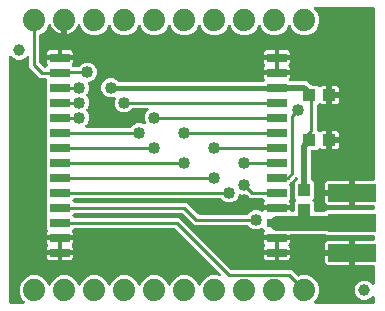
<source format=gbr>
G04 EAGLE Gerber RS-274X export*
G75*
%MOMM*%
%FSLAX34Y34*%
%LPD*%
%INTop Copper*%
%IPPOS*%
%AMOC8*
5,1,8,0,0,1.08239X$1,22.5*%
G01*
%ADD10R,4.064000X1.524000*%
%ADD11R,1.100000X1.000000*%
%ADD12C,1.879600*%
%ADD13R,1.651000X0.762000*%
%ADD14R,1.000000X1.100000*%
%ADD15C,1.000000*%
%ADD16C,1.016000*%
%ADD17C,0.406400*%
%ADD18C,0.508000*%
%ADD19C,0.254000*%
%ADD20C,1.270000*%

G36*
X271360Y81961D02*
X271360Y81961D01*
X271459Y81964D01*
X271517Y81981D01*
X271577Y81989D01*
X271669Y82025D01*
X271764Y82053D01*
X271816Y82083D01*
X271873Y82106D01*
X271953Y82164D01*
X272038Y82214D01*
X272113Y82280D01*
X272130Y82292D01*
X272138Y82302D01*
X272159Y82321D01*
X273057Y83219D01*
X312166Y83219D01*
X312284Y83234D01*
X312403Y83241D01*
X312441Y83254D01*
X312482Y83259D01*
X312592Y83302D01*
X312705Y83339D01*
X312740Y83361D01*
X312777Y83376D01*
X312873Y83445D01*
X312974Y83509D01*
X313002Y83539D01*
X313035Y83562D01*
X313111Y83654D01*
X313192Y83741D01*
X313212Y83776D01*
X313237Y83807D01*
X313288Y83915D01*
X313346Y84019D01*
X313356Y84059D01*
X313373Y84095D01*
X313395Y84212D01*
X313425Y84327D01*
X313429Y84387D01*
X313433Y84407D01*
X313431Y84428D01*
X313435Y84488D01*
X313435Y86520D01*
X313420Y86638D01*
X313413Y86757D01*
X313400Y86795D01*
X313395Y86836D01*
X313352Y86946D01*
X313315Y87059D01*
X313293Y87094D01*
X313278Y87131D01*
X313209Y87227D01*
X313145Y87328D01*
X313115Y87356D01*
X313092Y87389D01*
X313000Y87465D01*
X312913Y87546D01*
X312878Y87566D01*
X312847Y87591D01*
X312739Y87642D01*
X312635Y87700D01*
X312595Y87710D01*
X312559Y87727D01*
X312442Y87749D01*
X312327Y87779D01*
X312267Y87783D01*
X312247Y87787D01*
X312226Y87785D01*
X312166Y87789D01*
X297179Y87789D01*
X297179Y96680D01*
X297164Y96798D01*
X297157Y96917D01*
X297144Y96955D01*
X297139Y96995D01*
X297095Y97106D01*
X297059Y97219D01*
X297037Y97254D01*
X297022Y97291D01*
X296952Y97387D01*
X296889Y97488D01*
X296859Y97516D01*
X296835Y97548D01*
X296744Y97624D01*
X296657Y97706D01*
X296622Y97725D01*
X296590Y97751D01*
X296483Y97802D01*
X296379Y97859D01*
X296339Y97870D01*
X296303Y97887D01*
X296186Y97909D01*
X296071Y97939D01*
X296010Y97943D01*
X295990Y97947D01*
X295970Y97945D01*
X295910Y97949D01*
X294639Y97949D01*
X294639Y97951D01*
X295910Y97951D01*
X296028Y97966D01*
X296147Y97973D01*
X296185Y97986D01*
X296225Y97991D01*
X296336Y98035D01*
X296449Y98071D01*
X296484Y98093D01*
X296521Y98108D01*
X296617Y98178D01*
X296718Y98241D01*
X296746Y98271D01*
X296778Y98295D01*
X296854Y98386D01*
X296936Y98473D01*
X296955Y98508D01*
X296981Y98540D01*
X297032Y98647D01*
X297089Y98751D01*
X297100Y98791D01*
X297117Y98827D01*
X297139Y98944D01*
X297169Y99059D01*
X297173Y99120D01*
X297177Y99140D01*
X297175Y99160D01*
X297176Y99177D01*
X297177Y99178D01*
X297177Y99179D01*
X297179Y99220D01*
X297179Y108111D01*
X312166Y108111D01*
X312284Y108126D01*
X312403Y108133D01*
X312441Y108146D01*
X312482Y108151D01*
X312592Y108194D01*
X312705Y108231D01*
X312740Y108253D01*
X312777Y108268D01*
X312873Y108337D01*
X312974Y108401D01*
X313002Y108431D01*
X313035Y108454D01*
X313111Y108546D01*
X313192Y108633D01*
X313212Y108668D01*
X313237Y108699D01*
X313288Y108807D01*
X313346Y108911D01*
X313356Y108951D01*
X313373Y108987D01*
X313395Y109104D01*
X313425Y109219D01*
X313429Y109279D01*
X313433Y109299D01*
X313431Y109320D01*
X313432Y109328D01*
X313433Y109332D01*
X313432Y109336D01*
X313435Y109380D01*
X313435Y254066D01*
X313420Y254184D01*
X313413Y254303D01*
X313400Y254341D01*
X313395Y254382D01*
X313352Y254492D01*
X313315Y254605D01*
X313293Y254640D01*
X313278Y254677D01*
X313209Y254773D01*
X313145Y254874D01*
X313115Y254902D01*
X313092Y254935D01*
X313000Y255011D01*
X312913Y255092D01*
X312878Y255112D01*
X312847Y255137D01*
X312739Y255188D01*
X312635Y255246D01*
X312595Y255256D01*
X312559Y255273D01*
X312442Y255295D01*
X312327Y255325D01*
X312267Y255329D01*
X312247Y255333D01*
X312226Y255331D01*
X312166Y255335D01*
X263331Y255335D01*
X263194Y255318D01*
X263055Y255305D01*
X263036Y255298D01*
X263016Y255295D01*
X262887Y255244D01*
X262756Y255197D01*
X262739Y255186D01*
X262720Y255178D01*
X262608Y255097D01*
X262493Y255019D01*
X262479Y255003D01*
X262463Y254992D01*
X262374Y254884D01*
X262282Y254780D01*
X262273Y254762D01*
X262260Y254747D01*
X262201Y254621D01*
X262137Y254497D01*
X262133Y254477D01*
X262124Y254459D01*
X262098Y254323D01*
X262068Y254187D01*
X262068Y254166D01*
X262065Y254147D01*
X262073Y254008D01*
X262077Y253869D01*
X262083Y253849D01*
X262084Y253829D01*
X262127Y253697D01*
X262166Y253563D01*
X262176Y253546D01*
X262182Y253527D01*
X262257Y253409D01*
X262327Y253289D01*
X262346Y253268D01*
X262353Y253258D01*
X262368Y253244D01*
X262434Y253169D01*
X264552Y251050D01*
X266447Y246476D01*
X266447Y241524D01*
X264552Y236950D01*
X261050Y233448D01*
X256476Y231553D01*
X251524Y231553D01*
X246950Y233448D01*
X243448Y236950D01*
X242473Y239305D01*
X242404Y239425D01*
X242339Y239548D01*
X242325Y239563D01*
X242315Y239581D01*
X242218Y239681D01*
X242125Y239784D01*
X242108Y239795D01*
X242094Y239809D01*
X241976Y239882D01*
X241859Y239958D01*
X241840Y239965D01*
X241823Y239976D01*
X241690Y240016D01*
X241558Y240062D01*
X241538Y240063D01*
X241519Y240069D01*
X241380Y240076D01*
X241241Y240087D01*
X241221Y240083D01*
X241201Y240084D01*
X241065Y240056D01*
X240928Y240032D01*
X240909Y240024D01*
X240890Y240020D01*
X240765Y239959D01*
X240638Y239902D01*
X240622Y239889D01*
X240604Y239880D01*
X240498Y239790D01*
X240390Y239703D01*
X240377Y239687D01*
X240362Y239674D01*
X240282Y239560D01*
X240198Y239449D01*
X240186Y239424D01*
X240179Y239414D01*
X240172Y239395D01*
X240127Y239305D01*
X239152Y236950D01*
X235650Y233448D01*
X231076Y231553D01*
X226124Y231553D01*
X221550Y233448D01*
X218048Y236950D01*
X217073Y239305D01*
X217004Y239425D01*
X216939Y239548D01*
X216925Y239563D01*
X216915Y239581D01*
X216818Y239681D01*
X216725Y239784D01*
X216708Y239795D01*
X216694Y239809D01*
X216576Y239882D01*
X216459Y239958D01*
X216440Y239965D01*
X216423Y239976D01*
X216290Y240016D01*
X216158Y240062D01*
X216138Y240063D01*
X216119Y240069D01*
X215980Y240076D01*
X215841Y240087D01*
X215821Y240083D01*
X215801Y240084D01*
X215665Y240056D01*
X215528Y240032D01*
X215509Y240024D01*
X215490Y240020D01*
X215365Y239959D01*
X215238Y239902D01*
X215222Y239889D01*
X215204Y239880D01*
X215098Y239790D01*
X214990Y239703D01*
X214977Y239687D01*
X214962Y239674D01*
X214882Y239560D01*
X214798Y239449D01*
X214786Y239424D01*
X214779Y239414D01*
X214772Y239395D01*
X214727Y239305D01*
X213752Y236950D01*
X210250Y233448D01*
X205676Y231553D01*
X200724Y231553D01*
X196150Y233448D01*
X192648Y236950D01*
X191673Y239305D01*
X191604Y239425D01*
X191539Y239548D01*
X191525Y239563D01*
X191515Y239581D01*
X191418Y239681D01*
X191325Y239784D01*
X191308Y239795D01*
X191294Y239809D01*
X191176Y239882D01*
X191059Y239958D01*
X191040Y239965D01*
X191023Y239976D01*
X190890Y240016D01*
X190758Y240062D01*
X190738Y240063D01*
X190719Y240069D01*
X190580Y240076D01*
X190441Y240087D01*
X190421Y240083D01*
X190401Y240084D01*
X190265Y240056D01*
X190128Y240032D01*
X190109Y240024D01*
X190090Y240020D01*
X189965Y239959D01*
X189838Y239902D01*
X189822Y239889D01*
X189804Y239880D01*
X189698Y239790D01*
X189590Y239703D01*
X189577Y239687D01*
X189562Y239674D01*
X189482Y239560D01*
X189398Y239449D01*
X189386Y239424D01*
X189379Y239414D01*
X189372Y239395D01*
X189327Y239305D01*
X188352Y236950D01*
X184850Y233448D01*
X180276Y231553D01*
X175324Y231553D01*
X170750Y233448D01*
X167248Y236950D01*
X166273Y239305D01*
X166204Y239425D01*
X166139Y239548D01*
X166125Y239563D01*
X166115Y239581D01*
X166018Y239681D01*
X165925Y239784D01*
X165908Y239795D01*
X165894Y239809D01*
X165776Y239882D01*
X165659Y239958D01*
X165640Y239965D01*
X165623Y239976D01*
X165490Y240016D01*
X165358Y240062D01*
X165338Y240063D01*
X165319Y240069D01*
X165180Y240076D01*
X165041Y240087D01*
X165021Y240083D01*
X165001Y240084D01*
X164865Y240056D01*
X164728Y240032D01*
X164709Y240024D01*
X164690Y240020D01*
X164565Y239959D01*
X164438Y239902D01*
X164422Y239889D01*
X164404Y239880D01*
X164298Y239790D01*
X164190Y239703D01*
X164177Y239687D01*
X164162Y239674D01*
X164082Y239560D01*
X163998Y239449D01*
X163986Y239424D01*
X163979Y239414D01*
X163972Y239395D01*
X163927Y239305D01*
X162952Y236950D01*
X159450Y233448D01*
X154876Y231553D01*
X149924Y231553D01*
X145350Y233448D01*
X141848Y236950D01*
X140873Y239305D01*
X140804Y239425D01*
X140739Y239548D01*
X140725Y239563D01*
X140715Y239581D01*
X140618Y239681D01*
X140525Y239784D01*
X140508Y239795D01*
X140494Y239809D01*
X140376Y239882D01*
X140259Y239958D01*
X140240Y239965D01*
X140223Y239976D01*
X140090Y240016D01*
X139958Y240062D01*
X139938Y240063D01*
X139919Y240069D01*
X139780Y240076D01*
X139641Y240087D01*
X139621Y240083D01*
X139601Y240084D01*
X139465Y240056D01*
X139328Y240032D01*
X139309Y240024D01*
X139290Y240020D01*
X139165Y239959D01*
X139038Y239902D01*
X139022Y239889D01*
X139004Y239880D01*
X138898Y239790D01*
X138790Y239703D01*
X138777Y239687D01*
X138762Y239674D01*
X138682Y239560D01*
X138598Y239449D01*
X138586Y239424D01*
X138579Y239414D01*
X138572Y239395D01*
X138527Y239305D01*
X137552Y236950D01*
X134050Y233448D01*
X129476Y231553D01*
X124524Y231553D01*
X119950Y233448D01*
X116448Y236950D01*
X115473Y239305D01*
X115404Y239425D01*
X115339Y239548D01*
X115325Y239563D01*
X115315Y239581D01*
X115218Y239681D01*
X115125Y239784D01*
X115108Y239795D01*
X115094Y239809D01*
X114976Y239882D01*
X114859Y239958D01*
X114840Y239965D01*
X114823Y239976D01*
X114690Y240016D01*
X114558Y240062D01*
X114538Y240063D01*
X114519Y240069D01*
X114380Y240076D01*
X114241Y240087D01*
X114221Y240083D01*
X114201Y240084D01*
X114065Y240056D01*
X113928Y240032D01*
X113909Y240024D01*
X113890Y240020D01*
X113765Y239959D01*
X113638Y239902D01*
X113622Y239889D01*
X113604Y239880D01*
X113498Y239790D01*
X113390Y239703D01*
X113377Y239687D01*
X113362Y239674D01*
X113282Y239560D01*
X113198Y239449D01*
X113186Y239424D01*
X113179Y239414D01*
X113172Y239395D01*
X113127Y239305D01*
X112152Y236950D01*
X108650Y233448D01*
X104076Y231553D01*
X99124Y231553D01*
X94550Y233448D01*
X91048Y236950D01*
X90073Y239305D01*
X90004Y239425D01*
X89939Y239548D01*
X89925Y239563D01*
X89915Y239581D01*
X89818Y239681D01*
X89725Y239784D01*
X89708Y239795D01*
X89694Y239809D01*
X89576Y239882D01*
X89459Y239958D01*
X89440Y239965D01*
X89423Y239976D01*
X89290Y240016D01*
X89158Y240062D01*
X89138Y240063D01*
X89119Y240069D01*
X88980Y240076D01*
X88841Y240087D01*
X88821Y240083D01*
X88801Y240084D01*
X88665Y240056D01*
X88528Y240032D01*
X88509Y240024D01*
X88490Y240020D01*
X88365Y239959D01*
X88238Y239902D01*
X88222Y239889D01*
X88204Y239880D01*
X88098Y239790D01*
X87990Y239703D01*
X87977Y239687D01*
X87962Y239674D01*
X87882Y239560D01*
X87798Y239449D01*
X87786Y239424D01*
X87779Y239414D01*
X87772Y239395D01*
X87727Y239305D01*
X86752Y236950D01*
X83250Y233448D01*
X78676Y231553D01*
X73724Y231553D01*
X69150Y233448D01*
X65648Y236950D01*
X64395Y239975D01*
X64380Y240001D01*
X64371Y240030D01*
X64301Y240139D01*
X64237Y240252D01*
X64216Y240273D01*
X64200Y240298D01*
X64106Y240387D01*
X64016Y240480D01*
X63990Y240496D01*
X63969Y240516D01*
X63855Y240579D01*
X63745Y240646D01*
X63716Y240655D01*
X63690Y240669D01*
X63565Y240702D01*
X63441Y240740D01*
X63411Y240741D01*
X63382Y240749D01*
X63252Y240749D01*
X63123Y240755D01*
X63094Y240749D01*
X63064Y240749D01*
X62939Y240717D01*
X62812Y240691D01*
X62785Y240678D01*
X62756Y240670D01*
X62643Y240608D01*
X62526Y240551D01*
X62503Y240532D01*
X62477Y240517D01*
X62383Y240429D01*
X62284Y240345D01*
X62267Y240320D01*
X62245Y240300D01*
X62176Y240191D01*
X62101Y240085D01*
X62090Y240057D01*
X62074Y240031D01*
X62015Y239882D01*
X61864Y239417D01*
X61011Y237743D01*
X59906Y236222D01*
X58578Y234894D01*
X57057Y233789D01*
X55383Y232936D01*
X53596Y232355D01*
X53339Y232315D01*
X53339Y242730D01*
X53324Y242848D01*
X53317Y242967D01*
X53304Y243005D01*
X53299Y243045D01*
X53256Y243156D01*
X53219Y243269D01*
X53197Y243303D01*
X53182Y243341D01*
X53112Y243437D01*
X53049Y243538D01*
X53019Y243566D01*
X52995Y243598D01*
X52904Y243674D01*
X52817Y243756D01*
X52782Y243775D01*
X52751Y243801D01*
X52643Y243852D01*
X52539Y243909D01*
X52499Y243920D01*
X52463Y243937D01*
X52346Y243959D01*
X52231Y243989D01*
X52170Y243993D01*
X52150Y243997D01*
X52130Y243995D01*
X52070Y243999D01*
X49530Y243999D01*
X49412Y243984D01*
X49293Y243977D01*
X49255Y243964D01*
X49214Y243959D01*
X49104Y243915D01*
X48991Y243879D01*
X48956Y243857D01*
X48919Y243842D01*
X48823Y243772D01*
X48722Y243709D01*
X48694Y243679D01*
X48661Y243655D01*
X48586Y243564D01*
X48504Y243477D01*
X48484Y243442D01*
X48459Y243410D01*
X48408Y243303D01*
X48350Y243198D01*
X48340Y243159D01*
X48323Y243123D01*
X48301Y243006D01*
X48271Y242891D01*
X48267Y242830D01*
X48263Y242810D01*
X48265Y242790D01*
X48261Y242730D01*
X48261Y232315D01*
X48004Y232355D01*
X46217Y232936D01*
X44543Y233789D01*
X43022Y234894D01*
X41694Y236222D01*
X40589Y237743D01*
X39736Y239417D01*
X39585Y239882D01*
X39572Y239909D01*
X39565Y239938D01*
X39505Y240052D01*
X39450Y240170D01*
X39431Y240193D01*
X39417Y240219D01*
X39330Y240315D01*
X39247Y240415D01*
X39223Y240432D01*
X39203Y240454D01*
X39094Y240526D01*
X38990Y240602D01*
X38962Y240613D01*
X38937Y240629D01*
X38814Y240671D01*
X38694Y240719D01*
X38664Y240723D01*
X38636Y240732D01*
X38507Y240743D01*
X38379Y240759D01*
X38349Y240755D01*
X38319Y240758D01*
X38191Y240735D01*
X38063Y240719D01*
X38035Y240708D01*
X38006Y240703D01*
X37888Y240650D01*
X37767Y240602D01*
X37743Y240585D01*
X37716Y240573D01*
X37615Y240492D01*
X37510Y240416D01*
X37491Y240393D01*
X37467Y240374D01*
X37389Y240270D01*
X37307Y240171D01*
X37294Y240144D01*
X37276Y240120D01*
X37205Y239975D01*
X35952Y236950D01*
X32450Y233448D01*
X30502Y232641D01*
X30477Y232627D01*
X30449Y232617D01*
X30339Y232548D01*
X30226Y232484D01*
X30205Y232463D01*
X30180Y232447D01*
X30091Y232353D01*
X29998Y232262D01*
X29982Y232237D01*
X29962Y232216D01*
X29899Y232102D01*
X29831Y231991D01*
X29823Y231963D01*
X29808Y231937D01*
X29776Y231811D01*
X29738Y231687D01*
X29736Y231658D01*
X29729Y231629D01*
X29719Y231469D01*
X29719Y208215D01*
X29731Y208116D01*
X29734Y208017D01*
X29751Y207959D01*
X29759Y207899D01*
X29795Y207807D01*
X29823Y207712D01*
X29853Y207660D01*
X29876Y207603D01*
X29934Y207523D01*
X29984Y207438D01*
X30050Y207363D01*
X30062Y207346D01*
X30072Y207338D01*
X30090Y207317D01*
X33167Y204240D01*
X33245Y204180D01*
X33318Y204112D01*
X33371Y204083D01*
X33418Y204046D01*
X33509Y204006D01*
X33596Y203958D01*
X33655Y203943D01*
X33710Y203919D01*
X33808Y203904D01*
X33904Y203879D01*
X34004Y203873D01*
X34024Y203869D01*
X34037Y203871D01*
X34065Y203869D01*
X34417Y203869D01*
X34535Y203884D01*
X34654Y203891D01*
X34692Y203904D01*
X34733Y203909D01*
X34843Y203952D01*
X34956Y203989D01*
X34991Y204011D01*
X35028Y204026D01*
X35124Y204095D01*
X35225Y204159D01*
X35253Y204189D01*
X35286Y204212D01*
X35332Y204269D01*
X36468Y205404D01*
X36536Y205493D01*
X36612Y205576D01*
X36634Y205618D01*
X36663Y205655D01*
X36707Y205759D01*
X36759Y205858D01*
X36770Y205904D01*
X36789Y205947D01*
X36807Y206058D01*
X36832Y206168D01*
X36831Y206215D01*
X36839Y206261D01*
X36828Y206374D01*
X36826Y206486D01*
X36813Y206531D01*
X36809Y206578D01*
X36771Y206684D01*
X36741Y206792D01*
X36709Y206857D01*
X36701Y206877D01*
X36691Y206893D01*
X36669Y206936D01*
X36367Y207459D01*
X36194Y208106D01*
X36194Y210346D01*
X46355Y210346D01*
X46473Y210361D01*
X46592Y210368D01*
X46630Y210380D01*
X46670Y210386D01*
X46781Y210429D01*
X46894Y210466D01*
X46928Y210488D01*
X46966Y210503D01*
X46992Y210521D01*
X47052Y210493D01*
X47157Y210435D01*
X47196Y210425D01*
X47232Y210408D01*
X47349Y210386D01*
X47465Y210356D01*
X47525Y210352D01*
X47545Y210348D01*
X47565Y210350D01*
X47625Y210346D01*
X57786Y210346D01*
X57786Y208106D01*
X57613Y207459D01*
X57311Y206936D01*
X57267Y206833D01*
X57216Y206733D01*
X57206Y206687D01*
X57187Y206643D01*
X57171Y206532D01*
X57146Y206422D01*
X57148Y206375D01*
X57141Y206329D01*
X57153Y206217D01*
X57156Y206104D01*
X57169Y206059D01*
X57174Y206012D01*
X57213Y205907D01*
X57244Y205799D01*
X57268Y205758D01*
X57285Y205714D01*
X57349Y205622D01*
X57406Y205525D01*
X57454Y205471D01*
X57466Y205453D01*
X57480Y205441D01*
X57512Y205404D01*
X58226Y204690D01*
X58304Y204630D01*
X58376Y204562D01*
X58430Y204533D01*
X58477Y204496D01*
X58568Y204456D01*
X58655Y204408D01*
X58714Y204393D01*
X58769Y204369D01*
X58867Y204354D01*
X58963Y204329D01*
X59063Y204323D01*
X59083Y204319D01*
X59096Y204321D01*
X59124Y204319D01*
X62297Y204319D01*
X62395Y204331D01*
X62494Y204334D01*
X62553Y204351D01*
X62613Y204359D01*
X62705Y204395D01*
X62800Y204423D01*
X62852Y204453D01*
X62908Y204476D01*
X62988Y204534D01*
X63074Y204584D01*
X63149Y204650D01*
X63166Y204662D01*
X63174Y204672D01*
X63195Y204690D01*
X65395Y206891D01*
X68383Y208129D01*
X71617Y208129D01*
X74605Y206891D01*
X76891Y204605D01*
X78129Y201617D01*
X78129Y198383D01*
X76891Y195395D01*
X74605Y193109D01*
X71596Y191863D01*
X71493Y191804D01*
X71386Y191751D01*
X71355Y191725D01*
X71320Y191705D01*
X71234Y191622D01*
X71144Y191545D01*
X71120Y191512D01*
X71091Y191484D01*
X71029Y191382D01*
X70961Y191285D01*
X70946Y191247D01*
X70925Y191213D01*
X70890Y191099D01*
X70848Y190988D01*
X70843Y190947D01*
X70831Y190909D01*
X70826Y190790D01*
X70813Y190672D01*
X70818Y190631D01*
X70816Y190591D01*
X70840Y190475D01*
X70857Y190357D01*
X70876Y190300D01*
X70881Y190280D01*
X70890Y190261D01*
X70909Y190204D01*
X71629Y188467D01*
X71629Y185233D01*
X70391Y182245D01*
X69543Y181397D01*
X69470Y181303D01*
X69392Y181214D01*
X69373Y181178D01*
X69348Y181146D01*
X69301Y181037D01*
X69247Y180931D01*
X69238Y180892D01*
X69222Y180854D01*
X69203Y180737D01*
X69177Y180621D01*
X69178Y180580D01*
X69172Y180540D01*
X69183Y180422D01*
X69187Y180303D01*
X69198Y180264D01*
X69202Y180224D01*
X69242Y180112D01*
X69275Y179997D01*
X69296Y179962D01*
X69310Y179924D01*
X69376Y179826D01*
X69437Y179723D01*
X69468Y179688D01*
X69472Y179682D01*
X69478Y179676D01*
X69488Y179661D01*
X69503Y179648D01*
X69543Y179602D01*
X70391Y178755D01*
X71629Y175767D01*
X71629Y172533D01*
X70391Y169545D01*
X69543Y168697D01*
X69470Y168603D01*
X69392Y168514D01*
X69376Y168485D01*
X69371Y168479D01*
X69368Y168472D01*
X69348Y168446D01*
X69301Y168337D01*
X69247Y168231D01*
X69240Y168199D01*
X69236Y168191D01*
X69234Y168183D01*
X69222Y168154D01*
X69203Y168037D01*
X69177Y167921D01*
X69178Y167889D01*
X69176Y167878D01*
X69177Y167869D01*
X69172Y167840D01*
X69183Y167722D01*
X69187Y167603D01*
X69195Y167575D01*
X69196Y167561D01*
X69199Y167550D01*
X69202Y167524D01*
X69242Y167412D01*
X69275Y167297D01*
X69289Y167275D01*
X69294Y167259D01*
X69302Y167246D01*
X69310Y167224D01*
X69376Y167126D01*
X69437Y167023D01*
X69458Y166999D01*
X69464Y166990D01*
X69477Y166978D01*
X69488Y166961D01*
X69503Y166948D01*
X69543Y166902D01*
X70391Y166055D01*
X71629Y163067D01*
X71629Y159833D01*
X70391Y156845D01*
X68781Y155235D01*
X68696Y155126D01*
X68607Y155019D01*
X68599Y155000D01*
X68586Y154984D01*
X68531Y154856D01*
X68472Y154731D01*
X68468Y154711D01*
X68460Y154692D01*
X68438Y154554D01*
X68412Y154418D01*
X68413Y154398D01*
X68410Y154378D01*
X68423Y154239D01*
X68432Y154101D01*
X68438Y154082D01*
X68440Y154062D01*
X68487Y153930D01*
X68530Y153799D01*
X68541Y153781D01*
X68548Y153762D01*
X68626Y153647D01*
X68700Y153530D01*
X68715Y153516D01*
X68726Y153499D01*
X68830Y153407D01*
X68932Y153312D01*
X68949Y153302D01*
X68965Y153289D01*
X69089Y153225D01*
X69210Y153158D01*
X69230Y153153D01*
X69248Y153144D01*
X69384Y153114D01*
X69518Y153079D01*
X69546Y153077D01*
X69558Y153074D01*
X69579Y153075D01*
X69679Y153069D01*
X106597Y153069D01*
X106695Y153081D01*
X106794Y153084D01*
X106853Y153101D01*
X106913Y153109D01*
X107005Y153145D01*
X107100Y153173D01*
X107152Y153203D01*
X107208Y153226D01*
X107288Y153284D01*
X107374Y153334D01*
X107449Y153400D01*
X107466Y153412D01*
X107474Y153422D01*
X107495Y153440D01*
X109695Y155641D01*
X112683Y156879D01*
X115917Y156879D01*
X118129Y155962D01*
X118263Y155926D01*
X118396Y155885D01*
X118417Y155884D01*
X118436Y155878D01*
X118575Y155876D01*
X118714Y155870D01*
X118734Y155874D01*
X118754Y155873D01*
X118890Y155906D01*
X119025Y155934D01*
X119044Y155943D01*
X119063Y155947D01*
X119186Y156012D01*
X119311Y156074D01*
X119327Y156087D01*
X119344Y156096D01*
X119447Y156190D01*
X119553Y156280D01*
X119565Y156297D01*
X119580Y156310D01*
X119656Y156426D01*
X119736Y156540D01*
X119743Y156559D01*
X119755Y156576D01*
X119800Y156707D01*
X119849Y156837D01*
X119851Y156858D01*
X119858Y156877D01*
X119869Y157015D01*
X119884Y157153D01*
X119881Y157173D01*
X119883Y157194D01*
X119859Y157331D01*
X119840Y157468D01*
X119831Y157495D01*
X119829Y157507D01*
X119820Y157526D01*
X119788Y157621D01*
X118871Y159833D01*
X118871Y163067D01*
X120109Y166055D01*
X121719Y167665D01*
X121804Y167774D01*
X121893Y167881D01*
X121901Y167900D01*
X121914Y167916D01*
X121969Y168044D01*
X122028Y168169D01*
X122032Y168189D01*
X122040Y168208D01*
X122062Y168346D01*
X122088Y168482D01*
X122087Y168502D01*
X122090Y168522D01*
X122077Y168661D01*
X122068Y168799D01*
X122062Y168818D01*
X122060Y168838D01*
X122013Y168970D01*
X121970Y169101D01*
X121959Y169119D01*
X121952Y169138D01*
X121874Y169253D01*
X121800Y169370D01*
X121785Y169384D01*
X121774Y169401D01*
X121670Y169493D01*
X121568Y169588D01*
X121551Y169598D01*
X121535Y169611D01*
X121411Y169675D01*
X121290Y169742D01*
X121270Y169747D01*
X121252Y169756D01*
X121116Y169786D01*
X120982Y169821D01*
X120954Y169823D01*
X120942Y169826D01*
X120921Y169825D01*
X120821Y169831D01*
X109303Y169831D01*
X109205Y169819D01*
X109106Y169816D01*
X109047Y169799D01*
X108987Y169791D01*
X108895Y169755D01*
X108800Y169727D01*
X108748Y169697D01*
X108692Y169674D01*
X108612Y169616D01*
X108526Y169566D01*
X108451Y169500D01*
X108434Y169488D01*
X108426Y169478D01*
X108405Y169460D01*
X106205Y167259D01*
X103217Y166021D01*
X99983Y166021D01*
X96995Y167259D01*
X94709Y169545D01*
X93471Y172533D01*
X93471Y175767D01*
X94125Y177344D01*
X94161Y177479D01*
X94202Y177611D01*
X94203Y177631D01*
X94209Y177651D01*
X94211Y177790D01*
X94217Y177929D01*
X94213Y177949D01*
X94214Y177969D01*
X94181Y178104D01*
X94153Y178240D01*
X94144Y178259D01*
X94140Y178278D01*
X94075Y178401D01*
X94013Y178526D01*
X94000Y178542D01*
X93991Y178559D01*
X93898Y178662D01*
X93807Y178768D01*
X93790Y178780D01*
X93777Y178795D01*
X93661Y178871D01*
X93547Y178951D01*
X93528Y178958D01*
X93511Y178970D01*
X93380Y179015D01*
X93250Y179064D01*
X93229Y179066D01*
X93210Y179073D01*
X93072Y179084D01*
X92934Y179099D01*
X92914Y179096D01*
X92893Y179098D01*
X92756Y179074D01*
X92619Y179055D01*
X92592Y179046D01*
X92580Y179044D01*
X92561Y179035D01*
X92466Y179003D01*
X91787Y178721D01*
X88553Y178721D01*
X85565Y179959D01*
X83279Y182245D01*
X82041Y185233D01*
X82041Y188467D01*
X83279Y191455D01*
X85565Y193741D01*
X88553Y194979D01*
X91787Y194979D01*
X94775Y193741D01*
X96213Y192302D01*
X96292Y192242D01*
X96364Y192174D01*
X96417Y192145D01*
X96465Y192108D01*
X96556Y192068D01*
X96642Y192020D01*
X96701Y192005D01*
X96756Y191981D01*
X96854Y191966D01*
X96950Y191941D01*
X97050Y191935D01*
X97071Y191931D01*
X97083Y191933D01*
X97111Y191931D01*
X218810Y191931D01*
X218909Y191943D01*
X219008Y191946D01*
X219066Y191963D01*
X219126Y191971D01*
X219218Y192007D01*
X219313Y192035D01*
X219365Y192065D01*
X219422Y192088D01*
X219502Y192146D01*
X219587Y192196D01*
X219662Y192262D01*
X219679Y192274D01*
X219687Y192284D01*
X219708Y192302D01*
X220110Y192704D01*
X220179Y192793D01*
X220254Y192876D01*
X220276Y192918D01*
X220305Y192955D01*
X220349Y193059D01*
X220401Y193158D01*
X220412Y193204D01*
X220431Y193247D01*
X220449Y193358D01*
X220474Y193468D01*
X220473Y193515D01*
X220481Y193561D01*
X220470Y193673D01*
X220468Y193786D01*
X220455Y193831D01*
X220451Y193878D01*
X220413Y193984D01*
X220383Y194092D01*
X220351Y194157D01*
X220343Y194177D01*
X220333Y194193D01*
X220311Y194236D01*
X220009Y194759D01*
X219836Y195406D01*
X219836Y197646D01*
X229997Y197646D01*
X230115Y197661D01*
X230234Y197668D01*
X230272Y197680D01*
X230312Y197686D01*
X230423Y197729D01*
X230536Y197766D01*
X230570Y197788D01*
X230608Y197803D01*
X230634Y197821D01*
X230694Y197793D01*
X230799Y197735D01*
X230838Y197725D01*
X230874Y197708D01*
X230991Y197686D01*
X231107Y197656D01*
X231167Y197652D01*
X231187Y197648D01*
X231207Y197650D01*
X231267Y197646D01*
X241428Y197646D01*
X241428Y195406D01*
X241255Y194759D01*
X241014Y194343D01*
X240963Y194220D01*
X240906Y194101D01*
X240901Y194074D01*
X240891Y194049D01*
X240871Y193918D01*
X240846Y193788D01*
X240848Y193762D01*
X240844Y193735D01*
X240858Y193603D01*
X240866Y193471D01*
X240875Y193445D01*
X240877Y193419D01*
X240924Y193294D01*
X240964Y193169D01*
X240979Y193146D01*
X240988Y193120D01*
X241064Y193012D01*
X241134Y192900D01*
X241154Y192881D01*
X241169Y192859D01*
X241269Y192773D01*
X241366Y192682D01*
X241390Y192669D01*
X241410Y192651D01*
X241529Y192592D01*
X241645Y192528D01*
X241671Y192522D01*
X241695Y192510D01*
X241824Y192482D01*
X241952Y192449D01*
X241991Y192447D01*
X242006Y192443D01*
X242028Y192444D01*
X242113Y192439D01*
X255112Y192439D01*
X257166Y191588D01*
X259833Y188920D01*
X259911Y188860D01*
X259984Y188792D01*
X260037Y188763D01*
X260084Y188726D01*
X260175Y188686D01*
X260262Y188638D01*
X260321Y188623D01*
X260376Y188599D01*
X260474Y188584D01*
X260570Y188559D01*
X260670Y188553D01*
X260690Y188549D01*
X260703Y188551D01*
X260731Y188549D01*
X264963Y188549D01*
X266162Y187350D01*
X266256Y187277D01*
X266345Y187198D01*
X266381Y187180D01*
X266413Y187155D01*
X266522Y187108D01*
X266628Y187053D01*
X266668Y187045D01*
X266705Y187029D01*
X266823Y187010D01*
X266939Y186984D01*
X266979Y186985D01*
X267019Y186979D01*
X267138Y186990D01*
X267256Y186993D01*
X267295Y187005D01*
X267336Y187009D01*
X267448Y187049D01*
X267562Y187082D01*
X267597Y187102D01*
X267635Y187116D01*
X267733Y187183D01*
X267836Y187243D01*
X267881Y187283D01*
X267898Y187295D01*
X267911Y187310D01*
X267957Y187350D01*
X268140Y187533D01*
X268719Y187868D01*
X269366Y188041D01*
X272701Y188041D01*
X272701Y181730D01*
X272716Y181612D01*
X272723Y181493D01*
X272735Y181455D01*
X272741Y181415D01*
X272784Y181304D01*
X272821Y181191D01*
X272843Y181157D01*
X272858Y181119D01*
X272927Y181023D01*
X272991Y180922D01*
X273021Y180894D01*
X273044Y180862D01*
X273136Y180786D01*
X273223Y180704D01*
X273258Y180685D01*
X273289Y180659D01*
X273397Y180608D01*
X273501Y180551D01*
X273541Y180541D01*
X273577Y180523D01*
X273684Y180503D01*
X273654Y180499D01*
X273544Y180455D01*
X273431Y180419D01*
X273396Y180397D01*
X273359Y180382D01*
X273262Y180312D01*
X273162Y180249D01*
X273134Y180219D01*
X273101Y180195D01*
X273025Y180104D01*
X272944Y180017D01*
X272924Y179982D01*
X272899Y179950D01*
X272848Y179843D01*
X272790Y179738D01*
X272780Y179699D01*
X272763Y179663D01*
X272741Y179546D01*
X272711Y179430D01*
X272707Y179370D01*
X272703Y179350D01*
X272705Y179330D01*
X272701Y179270D01*
X272701Y172959D01*
X269366Y172959D01*
X268719Y173132D01*
X268140Y173467D01*
X267957Y173650D01*
X267863Y173723D01*
X267773Y173802D01*
X267737Y173820D01*
X267705Y173845D01*
X267596Y173892D01*
X267490Y173947D01*
X267451Y173955D01*
X267414Y173971D01*
X267296Y173990D01*
X267180Y174016D01*
X267139Y174015D01*
X267099Y174021D01*
X266981Y174010D01*
X266862Y174007D01*
X266823Y173995D01*
X266783Y173991D01*
X266671Y173951D01*
X266556Y173918D01*
X266522Y173898D01*
X266484Y173884D01*
X266385Y173817D01*
X266283Y173757D01*
X266237Y173717D01*
X266220Y173705D01*
X266207Y173690D01*
X266162Y173650D01*
X264690Y172179D01*
X264630Y172101D01*
X264562Y172029D01*
X264533Y171976D01*
X264496Y171928D01*
X264456Y171837D01*
X264408Y171750D01*
X264393Y171691D01*
X264369Y171636D01*
X264354Y171538D01*
X264329Y171442D01*
X264323Y171342D01*
X264319Y171322D01*
X264321Y171309D01*
X264319Y171281D01*
X264319Y151619D01*
X264331Y151520D01*
X264334Y151421D01*
X264351Y151363D01*
X264359Y151303D01*
X264395Y151211D01*
X264423Y151116D01*
X264453Y151064D01*
X264476Y151007D01*
X264534Y150927D01*
X264584Y150842D01*
X264650Y150766D01*
X264662Y150750D01*
X264672Y150742D01*
X264690Y150721D01*
X266162Y149250D01*
X266256Y149177D01*
X266345Y149098D01*
X266381Y149080D01*
X266413Y149055D01*
X266522Y149008D01*
X266628Y148953D01*
X266668Y148945D01*
X266705Y148929D01*
X266823Y148910D01*
X266939Y148884D01*
X266979Y148885D01*
X267019Y148879D01*
X267138Y148890D01*
X267256Y148893D01*
X267295Y148905D01*
X267336Y148909D01*
X267448Y148949D01*
X267562Y148982D01*
X267597Y149002D01*
X267635Y149016D01*
X267733Y149083D01*
X267836Y149143D01*
X267881Y149183D01*
X267898Y149195D01*
X267911Y149210D01*
X267957Y149250D01*
X268140Y149433D01*
X268719Y149768D01*
X269366Y149941D01*
X272701Y149941D01*
X272701Y143630D01*
X272716Y143512D01*
X272723Y143393D01*
X272735Y143355D01*
X272741Y143315D01*
X272784Y143204D01*
X272821Y143091D01*
X272843Y143057D01*
X272858Y143019D01*
X272927Y142923D01*
X272991Y142822D01*
X273021Y142794D01*
X273044Y142762D01*
X273136Y142686D01*
X273223Y142604D01*
X273258Y142585D01*
X273289Y142559D01*
X273397Y142508D01*
X273501Y142451D01*
X273541Y142441D01*
X273577Y142423D01*
X273684Y142403D01*
X273654Y142399D01*
X273544Y142355D01*
X273431Y142319D01*
X273396Y142297D01*
X273359Y142282D01*
X273262Y142212D01*
X273162Y142149D01*
X273134Y142119D01*
X273101Y142095D01*
X273025Y142004D01*
X272944Y141917D01*
X272924Y141882D01*
X272899Y141850D01*
X272848Y141743D01*
X272790Y141638D01*
X272780Y141599D01*
X272763Y141563D01*
X272741Y141446D01*
X272711Y141330D01*
X272707Y141270D01*
X272703Y141250D01*
X272704Y141231D01*
X272703Y141224D01*
X272704Y141217D01*
X272701Y141170D01*
X272701Y134859D01*
X269366Y134859D01*
X268719Y135032D01*
X268140Y135367D01*
X267957Y135550D01*
X267863Y135623D01*
X267773Y135702D01*
X267737Y135720D01*
X267705Y135745D01*
X267596Y135792D01*
X267490Y135847D01*
X267451Y135855D01*
X267414Y135871D01*
X267296Y135890D01*
X267180Y135916D01*
X267139Y135915D01*
X267099Y135921D01*
X266981Y135910D01*
X266862Y135907D01*
X266823Y135895D01*
X266783Y135891D01*
X266671Y135851D01*
X266556Y135818D01*
X266522Y135798D01*
X266484Y135784D01*
X266385Y135717D01*
X266283Y135657D01*
X266237Y135617D01*
X266220Y135605D01*
X266207Y135590D01*
X266162Y135550D01*
X264963Y134351D01*
X260858Y134351D01*
X260740Y134336D01*
X260621Y134329D01*
X260583Y134316D01*
X260542Y134311D01*
X260432Y134268D01*
X260319Y134231D01*
X260284Y134209D01*
X260247Y134194D01*
X260151Y134125D01*
X260050Y134061D01*
X260022Y134031D01*
X259989Y134008D01*
X259913Y133916D01*
X259832Y133829D01*
X259812Y133794D01*
X259787Y133763D01*
X259736Y133655D01*
X259678Y133551D01*
X259668Y133511D01*
X259651Y133475D01*
X259629Y133358D01*
X259599Y133243D01*
X259595Y133183D01*
X259591Y133163D01*
X259593Y133142D01*
X259589Y133082D01*
X259589Y109849D01*
X259601Y109750D01*
X259604Y109651D01*
X259621Y109593D01*
X259629Y109533D01*
X259665Y109441D01*
X259693Y109346D01*
X259723Y109294D01*
X259746Y109237D01*
X259804Y109157D01*
X259854Y109072D01*
X259920Y108997D01*
X259932Y108980D01*
X259942Y108972D01*
X259960Y108951D01*
X262049Y106863D01*
X262049Y93337D01*
X261209Y92498D01*
X261136Y92404D01*
X261057Y92314D01*
X261039Y92278D01*
X261014Y92246D01*
X260967Y92137D01*
X260913Y92031D01*
X260904Y91992D01*
X260888Y91954D01*
X260869Y91837D01*
X260843Y91721D01*
X260844Y91680D01*
X260838Y91640D01*
X260849Y91522D01*
X260853Y91403D01*
X260864Y91364D01*
X260868Y91324D01*
X260908Y91211D01*
X260941Y91097D01*
X260962Y91063D01*
X260975Y91024D01*
X261042Y90926D01*
X261103Y90823D01*
X261143Y90778D01*
X261154Y90761D01*
X261169Y90748D01*
X261209Y90703D01*
X262049Y89863D01*
X262049Y83218D01*
X262064Y83100D01*
X262071Y82981D01*
X262084Y82943D01*
X262089Y82902D01*
X262132Y82792D01*
X262169Y82679D01*
X262191Y82644D01*
X262206Y82607D01*
X262275Y82511D01*
X262339Y82410D01*
X262369Y82382D01*
X262392Y82349D01*
X262484Y82273D01*
X262571Y82192D01*
X262606Y82172D01*
X262637Y82147D01*
X262745Y82096D01*
X262849Y82038D01*
X262889Y82028D01*
X262925Y82011D01*
X263042Y81989D01*
X263157Y81959D01*
X263217Y81955D01*
X263237Y81951D01*
X263258Y81953D01*
X263318Y81949D01*
X271261Y81949D01*
X271360Y81961D01*
G37*
G36*
X16206Y4082D02*
X16206Y4082D01*
X16345Y4095D01*
X16364Y4102D01*
X16384Y4105D01*
X16513Y4156D01*
X16644Y4203D01*
X16661Y4214D01*
X16680Y4222D01*
X16792Y4303D01*
X16907Y4381D01*
X16921Y4397D01*
X16937Y4408D01*
X17026Y4516D01*
X17118Y4620D01*
X17127Y4638D01*
X17140Y4653D01*
X17199Y4779D01*
X17263Y4903D01*
X17267Y4923D01*
X17276Y4941D01*
X17302Y5077D01*
X17332Y5213D01*
X17332Y5234D01*
X17335Y5253D01*
X17327Y5392D01*
X17323Y5531D01*
X17317Y5551D01*
X17316Y5571D01*
X17273Y5703D01*
X17234Y5837D01*
X17224Y5854D01*
X17218Y5873D01*
X17143Y5991D01*
X17073Y6111D01*
X17054Y6132D01*
X17047Y6142D01*
X17032Y6156D01*
X16966Y6231D01*
X14848Y8350D01*
X12953Y12924D01*
X12953Y17876D01*
X14848Y22450D01*
X18350Y25952D01*
X22924Y27847D01*
X27876Y27847D01*
X32450Y25952D01*
X35952Y22451D01*
X36927Y20095D01*
X36996Y19974D01*
X37061Y19852D01*
X37075Y19837D01*
X37085Y19819D01*
X37182Y19719D01*
X37275Y19616D01*
X37292Y19605D01*
X37306Y19591D01*
X37424Y19518D01*
X37541Y19442D01*
X37560Y19435D01*
X37577Y19424D01*
X37710Y19384D01*
X37842Y19338D01*
X37862Y19337D01*
X37881Y19331D01*
X38020Y19324D01*
X38159Y19313D01*
X38179Y19317D01*
X38199Y19316D01*
X38335Y19344D01*
X38472Y19368D01*
X38491Y19376D01*
X38510Y19380D01*
X38635Y19441D01*
X38762Y19498D01*
X38778Y19511D01*
X38796Y19520D01*
X38902Y19610D01*
X39010Y19697D01*
X39023Y19713D01*
X39038Y19726D01*
X39118Y19839D01*
X39202Y19951D01*
X39214Y19976D01*
X39221Y19986D01*
X39228Y20005D01*
X39273Y20095D01*
X40248Y22450D01*
X43750Y25952D01*
X48324Y27847D01*
X53276Y27847D01*
X57850Y25952D01*
X61352Y22451D01*
X62327Y20095D01*
X62396Y19974D01*
X62461Y19852D01*
X62475Y19837D01*
X62485Y19819D01*
X62582Y19719D01*
X62675Y19616D01*
X62692Y19605D01*
X62706Y19591D01*
X62824Y19518D01*
X62941Y19442D01*
X62960Y19435D01*
X62977Y19424D01*
X63110Y19384D01*
X63242Y19338D01*
X63262Y19337D01*
X63281Y19331D01*
X63420Y19324D01*
X63559Y19313D01*
X63579Y19317D01*
X63599Y19316D01*
X63735Y19344D01*
X63872Y19368D01*
X63891Y19376D01*
X63910Y19380D01*
X64035Y19441D01*
X64162Y19498D01*
X64178Y19511D01*
X64196Y19520D01*
X64302Y19610D01*
X64410Y19697D01*
X64423Y19713D01*
X64438Y19726D01*
X64518Y19839D01*
X64602Y19951D01*
X64614Y19976D01*
X64621Y19986D01*
X64628Y20005D01*
X64673Y20095D01*
X65648Y22450D01*
X69150Y25952D01*
X73724Y27847D01*
X78676Y27847D01*
X83250Y25952D01*
X86752Y22451D01*
X87727Y20095D01*
X87796Y19974D01*
X87861Y19852D01*
X87875Y19837D01*
X87885Y19819D01*
X87982Y19719D01*
X88075Y19616D01*
X88092Y19605D01*
X88106Y19591D01*
X88224Y19518D01*
X88341Y19442D01*
X88360Y19435D01*
X88377Y19424D01*
X88510Y19384D01*
X88642Y19338D01*
X88662Y19337D01*
X88681Y19331D01*
X88820Y19324D01*
X88959Y19313D01*
X88979Y19317D01*
X88999Y19316D01*
X89135Y19344D01*
X89272Y19368D01*
X89291Y19376D01*
X89310Y19380D01*
X89435Y19441D01*
X89562Y19498D01*
X89578Y19511D01*
X89596Y19520D01*
X89702Y19610D01*
X89810Y19697D01*
X89823Y19713D01*
X89838Y19726D01*
X89918Y19839D01*
X90002Y19951D01*
X90014Y19976D01*
X90021Y19986D01*
X90028Y20005D01*
X90073Y20095D01*
X91048Y22450D01*
X94550Y25952D01*
X99124Y27847D01*
X104076Y27847D01*
X108650Y25952D01*
X112152Y22451D01*
X113127Y20095D01*
X113196Y19974D01*
X113261Y19852D01*
X113275Y19837D01*
X113285Y19819D01*
X113382Y19719D01*
X113475Y19616D01*
X113492Y19605D01*
X113506Y19591D01*
X113624Y19518D01*
X113741Y19442D01*
X113760Y19435D01*
X113777Y19424D01*
X113910Y19384D01*
X114042Y19338D01*
X114062Y19337D01*
X114081Y19331D01*
X114220Y19324D01*
X114359Y19313D01*
X114379Y19317D01*
X114399Y19316D01*
X114535Y19344D01*
X114672Y19368D01*
X114691Y19376D01*
X114710Y19380D01*
X114835Y19441D01*
X114962Y19498D01*
X114978Y19511D01*
X114996Y19520D01*
X115102Y19610D01*
X115210Y19697D01*
X115223Y19713D01*
X115238Y19726D01*
X115318Y19839D01*
X115402Y19951D01*
X115414Y19976D01*
X115421Y19986D01*
X115428Y20005D01*
X115473Y20095D01*
X116448Y22450D01*
X119950Y25952D01*
X124524Y27847D01*
X129476Y27847D01*
X134050Y25952D01*
X137552Y22451D01*
X138527Y20095D01*
X138596Y19974D01*
X138661Y19852D01*
X138675Y19837D01*
X138685Y19819D01*
X138782Y19719D01*
X138875Y19616D01*
X138892Y19605D01*
X138906Y19591D01*
X139024Y19518D01*
X139141Y19442D01*
X139160Y19435D01*
X139177Y19424D01*
X139310Y19384D01*
X139442Y19338D01*
X139462Y19337D01*
X139481Y19331D01*
X139620Y19324D01*
X139759Y19313D01*
X139779Y19317D01*
X139799Y19316D01*
X139935Y19344D01*
X140072Y19368D01*
X140091Y19376D01*
X140110Y19380D01*
X140235Y19441D01*
X140362Y19498D01*
X140378Y19511D01*
X140396Y19520D01*
X140502Y19610D01*
X140610Y19697D01*
X140623Y19713D01*
X140638Y19726D01*
X140718Y19839D01*
X140802Y19951D01*
X140814Y19976D01*
X140821Y19986D01*
X140828Y20005D01*
X140873Y20095D01*
X141848Y22450D01*
X145350Y25952D01*
X149924Y27847D01*
X154876Y27847D01*
X159450Y25952D01*
X162952Y22451D01*
X163927Y20095D01*
X163996Y19974D01*
X164061Y19852D01*
X164075Y19837D01*
X164085Y19819D01*
X164182Y19719D01*
X164275Y19616D01*
X164292Y19605D01*
X164306Y19591D01*
X164424Y19518D01*
X164541Y19442D01*
X164560Y19435D01*
X164577Y19424D01*
X164710Y19384D01*
X164842Y19338D01*
X164862Y19337D01*
X164881Y19331D01*
X165020Y19324D01*
X165159Y19313D01*
X165179Y19317D01*
X165199Y19316D01*
X165335Y19344D01*
X165472Y19368D01*
X165491Y19376D01*
X165510Y19380D01*
X165635Y19441D01*
X165762Y19498D01*
X165778Y19511D01*
X165796Y19520D01*
X165902Y19610D01*
X166010Y19697D01*
X166023Y19713D01*
X166038Y19726D01*
X166118Y19839D01*
X166202Y19951D01*
X166214Y19976D01*
X166221Y19986D01*
X166228Y20005D01*
X166273Y20095D01*
X167248Y22450D01*
X170750Y25952D01*
X175324Y27847D01*
X180276Y27847D01*
X181840Y27199D01*
X181908Y27180D01*
X181972Y27153D01*
X182061Y27138D01*
X182147Y27115D01*
X182217Y27114D01*
X182286Y27103D01*
X182375Y27111D01*
X182465Y27110D01*
X182533Y27126D01*
X182602Y27132D01*
X182687Y27163D01*
X182774Y27184D01*
X182836Y27216D01*
X182902Y27240D01*
X182976Y27291D01*
X183055Y27333D01*
X183107Y27379D01*
X183165Y27419D01*
X183224Y27486D01*
X183291Y27546D01*
X183329Y27605D01*
X183375Y27657D01*
X183416Y27737D01*
X183466Y27812D01*
X183488Y27878D01*
X183520Y27940D01*
X183540Y28028D01*
X183569Y28113D01*
X183574Y28183D01*
X183590Y28251D01*
X183587Y28340D01*
X183594Y28430D01*
X183582Y28499D01*
X183580Y28569D01*
X183555Y28655D01*
X183540Y28743D01*
X183511Y28807D01*
X183492Y28874D01*
X183446Y28951D01*
X183409Y29033D01*
X183366Y29088D01*
X183330Y29148D01*
X183224Y29269D01*
X144633Y67860D01*
X144555Y67920D01*
X144482Y67988D01*
X144429Y68017D01*
X144382Y68054D01*
X144291Y68094D01*
X144204Y68142D01*
X144145Y68157D01*
X144090Y68181D01*
X143992Y68196D01*
X143896Y68221D01*
X143796Y68227D01*
X143776Y68231D01*
X143763Y68229D01*
X143735Y68231D01*
X59563Y68231D01*
X59445Y68216D01*
X59326Y68209D01*
X59288Y68196D01*
X59247Y68191D01*
X59137Y68148D01*
X59024Y68111D01*
X58989Y68089D01*
X58952Y68074D01*
X58856Y68005D01*
X58755Y67941D01*
X58727Y67911D01*
X58694Y67888D01*
X58648Y67831D01*
X57512Y66696D01*
X57444Y66607D01*
X57368Y66524D01*
X57346Y66482D01*
X57317Y66445D01*
X57273Y66341D01*
X57221Y66242D01*
X57210Y66196D01*
X57191Y66153D01*
X57173Y66042D01*
X57148Y65932D01*
X57149Y65885D01*
X57141Y65839D01*
X57152Y65726D01*
X57154Y65614D01*
X57167Y65569D01*
X57171Y65522D01*
X57209Y65416D01*
X57239Y65308D01*
X57271Y65243D01*
X57279Y65223D01*
X57289Y65207D01*
X57311Y65164D01*
X57613Y64641D01*
X57786Y63994D01*
X57786Y61754D01*
X47625Y61754D01*
X47507Y61739D01*
X47388Y61732D01*
X47350Y61719D01*
X47310Y61714D01*
X47199Y61671D01*
X47086Y61634D01*
X47052Y61612D01*
X47014Y61597D01*
X46988Y61579D01*
X46928Y61607D01*
X46823Y61665D01*
X46784Y61675D01*
X46748Y61692D01*
X46631Y61714D01*
X46515Y61744D01*
X46455Y61748D01*
X46435Y61752D01*
X46415Y61750D01*
X46355Y61754D01*
X36194Y61754D01*
X36194Y63994D01*
X36367Y64641D01*
X36669Y65164D01*
X36713Y65267D01*
X36764Y65367D01*
X36774Y65413D01*
X36793Y65457D01*
X36809Y65568D01*
X36834Y65678D01*
X36832Y65725D01*
X36839Y65771D01*
X36827Y65883D01*
X36824Y65996D01*
X36811Y66041D01*
X36806Y66088D01*
X36767Y66193D01*
X36736Y66301D01*
X36712Y66342D01*
X36695Y66386D01*
X36631Y66478D01*
X36574Y66575D01*
X36526Y66629D01*
X36514Y66647D01*
X36500Y66659D01*
X36468Y66696D01*
X35686Y67477D01*
X35686Y77623D01*
X36066Y78002D01*
X36139Y78096D01*
X36218Y78186D01*
X36236Y78222D01*
X36261Y78254D01*
X36308Y78363D01*
X36362Y78469D01*
X36371Y78508D01*
X36387Y78546D01*
X36406Y78663D01*
X36432Y78779D01*
X36431Y78820D01*
X36437Y78860D01*
X36426Y78978D01*
X36422Y79097D01*
X36411Y79136D01*
X36407Y79176D01*
X36367Y79288D01*
X36334Y79403D01*
X36313Y79438D01*
X36300Y79476D01*
X36233Y79574D01*
X36172Y79677D01*
X36132Y79722D01*
X36121Y79739D01*
X36106Y79752D01*
X36066Y79797D01*
X35686Y80177D01*
X35686Y90323D01*
X36066Y90702D01*
X36139Y90796D01*
X36218Y90886D01*
X36236Y90922D01*
X36261Y90954D01*
X36308Y91063D01*
X36362Y91169D01*
X36371Y91208D01*
X36387Y91246D01*
X36406Y91363D01*
X36432Y91479D01*
X36431Y91520D01*
X36437Y91560D01*
X36426Y91678D01*
X36422Y91797D01*
X36411Y91836D01*
X36407Y91876D01*
X36367Y91988D01*
X36334Y92103D01*
X36313Y92138D01*
X36300Y92176D01*
X36233Y92274D01*
X36172Y92377D01*
X36132Y92422D01*
X36121Y92439D01*
X36106Y92452D01*
X36066Y92497D01*
X35686Y92877D01*
X35686Y103023D01*
X36066Y103402D01*
X36139Y103496D01*
X36218Y103586D01*
X36236Y103622D01*
X36261Y103654D01*
X36308Y103763D01*
X36362Y103869D01*
X36371Y103908D01*
X36387Y103946D01*
X36406Y104063D01*
X36432Y104179D01*
X36431Y104220D01*
X36437Y104260D01*
X36426Y104378D01*
X36422Y104497D01*
X36411Y104536D01*
X36407Y104576D01*
X36367Y104688D01*
X36334Y104803D01*
X36313Y104838D01*
X36300Y104876D01*
X36233Y104974D01*
X36172Y105077D01*
X36132Y105122D01*
X36121Y105139D01*
X36106Y105152D01*
X36066Y105197D01*
X35686Y105577D01*
X35686Y115723D01*
X36066Y116102D01*
X36139Y116196D01*
X36218Y116286D01*
X36236Y116322D01*
X36261Y116354D01*
X36308Y116463D01*
X36362Y116569D01*
X36371Y116608D01*
X36387Y116646D01*
X36406Y116763D01*
X36432Y116879D01*
X36431Y116920D01*
X36437Y116960D01*
X36426Y117078D01*
X36422Y117197D01*
X36411Y117236D01*
X36407Y117276D01*
X36367Y117388D01*
X36334Y117503D01*
X36313Y117538D01*
X36300Y117576D01*
X36233Y117674D01*
X36172Y117777D01*
X36132Y117822D01*
X36121Y117839D01*
X36106Y117852D01*
X36066Y117897D01*
X35686Y118277D01*
X35686Y128423D01*
X36066Y128802D01*
X36139Y128896D01*
X36218Y128986D01*
X36236Y129022D01*
X36261Y129054D01*
X36308Y129163D01*
X36362Y129269D01*
X36371Y129308D01*
X36387Y129346D01*
X36406Y129463D01*
X36432Y129579D01*
X36431Y129620D01*
X36437Y129660D01*
X36426Y129778D01*
X36422Y129897D01*
X36411Y129936D01*
X36407Y129976D01*
X36367Y130088D01*
X36334Y130203D01*
X36313Y130238D01*
X36300Y130276D01*
X36233Y130374D01*
X36172Y130477D01*
X36132Y130522D01*
X36121Y130539D01*
X36106Y130552D01*
X36066Y130597D01*
X35686Y130977D01*
X35686Y141123D01*
X36066Y141502D01*
X36139Y141596D01*
X36218Y141686D01*
X36236Y141722D01*
X36261Y141754D01*
X36308Y141863D01*
X36362Y141969D01*
X36371Y142008D01*
X36387Y142046D01*
X36406Y142163D01*
X36432Y142279D01*
X36431Y142320D01*
X36437Y142360D01*
X36426Y142478D01*
X36422Y142597D01*
X36411Y142636D01*
X36407Y142676D01*
X36367Y142788D01*
X36334Y142903D01*
X36313Y142938D01*
X36300Y142976D01*
X36233Y143074D01*
X36172Y143177D01*
X36137Y143217D01*
X36134Y143221D01*
X36131Y143224D01*
X36121Y143239D01*
X36106Y143252D01*
X36066Y143297D01*
X35686Y143677D01*
X35686Y153823D01*
X36066Y154202D01*
X36139Y154296D01*
X36218Y154386D01*
X36236Y154422D01*
X36261Y154454D01*
X36308Y154563D01*
X36362Y154669D01*
X36371Y154708D01*
X36387Y154746D01*
X36406Y154863D01*
X36432Y154979D01*
X36431Y155020D01*
X36437Y155060D01*
X36426Y155178D01*
X36422Y155297D01*
X36411Y155336D01*
X36407Y155376D01*
X36367Y155488D01*
X36334Y155603D01*
X36315Y155634D01*
X36312Y155645D01*
X36309Y155649D01*
X36300Y155676D01*
X36233Y155774D01*
X36172Y155877D01*
X36147Y155906D01*
X36142Y155914D01*
X36132Y155923D01*
X36121Y155939D01*
X36106Y155952D01*
X36066Y155997D01*
X35686Y156377D01*
X35686Y166523D01*
X36066Y166902D01*
X36139Y166996D01*
X36218Y167086D01*
X36227Y167105D01*
X36238Y167117D01*
X36246Y167134D01*
X36261Y167154D01*
X36308Y167263D01*
X36362Y167369D01*
X36368Y167393D01*
X36373Y167405D01*
X36376Y167420D01*
X36387Y167446D01*
X36406Y167563D01*
X36432Y167679D01*
X36431Y167707D01*
X36433Y167717D01*
X36432Y167730D01*
X36437Y167760D01*
X36426Y167878D01*
X36422Y167997D01*
X36414Y168026D01*
X36413Y168035D01*
X36410Y168045D01*
X36407Y168076D01*
X36367Y168188D01*
X36334Y168303D01*
X36318Y168330D01*
X36315Y168337D01*
X36311Y168345D01*
X36300Y168376D01*
X36233Y168474D01*
X36172Y168577D01*
X36132Y168622D01*
X36121Y168639D01*
X36106Y168652D01*
X36066Y168697D01*
X35686Y169077D01*
X35686Y179223D01*
X36066Y179602D01*
X36139Y179696D01*
X36218Y179786D01*
X36230Y179809D01*
X36230Y179810D01*
X36234Y179818D01*
X36236Y179822D01*
X36261Y179854D01*
X36308Y179963D01*
X36362Y180069D01*
X36371Y180108D01*
X36387Y180146D01*
X36406Y180263D01*
X36432Y180379D01*
X36431Y180420D01*
X36437Y180460D01*
X36426Y180578D01*
X36422Y180697D01*
X36411Y180736D01*
X36407Y180776D01*
X36367Y180888D01*
X36334Y181003D01*
X36313Y181038D01*
X36300Y181076D01*
X36233Y181174D01*
X36172Y181277D01*
X36132Y181322D01*
X36121Y181339D01*
X36106Y181352D01*
X36066Y181397D01*
X35686Y181777D01*
X35686Y191923D01*
X36066Y192302D01*
X36139Y192396D01*
X36218Y192486D01*
X36236Y192522D01*
X36261Y192554D01*
X36308Y192663D01*
X36362Y192769D01*
X36371Y192808D01*
X36387Y192846D01*
X36406Y192963D01*
X36432Y193079D01*
X36431Y193120D01*
X36437Y193160D01*
X36426Y193278D01*
X36422Y193397D01*
X36411Y193436D01*
X36407Y193476D01*
X36367Y193588D01*
X36334Y193703D01*
X36313Y193738D01*
X36300Y193776D01*
X36233Y193874D01*
X36172Y193977D01*
X36132Y194022D01*
X36121Y194039D01*
X36106Y194052D01*
X36066Y194097D01*
X35400Y194763D01*
X35396Y194770D01*
X35366Y194798D01*
X35343Y194831D01*
X35251Y194907D01*
X35164Y194988D01*
X35129Y195008D01*
X35098Y195033D01*
X34990Y195084D01*
X34886Y195142D01*
X34846Y195152D01*
X34810Y195169D01*
X34693Y195191D01*
X34578Y195221D01*
X34518Y195225D01*
X34498Y195229D01*
X34477Y195227D01*
X34417Y195231D01*
X29961Y195231D01*
X21081Y204111D01*
X21081Y212534D01*
X21064Y212672D01*
X21051Y212811D01*
X21044Y212830D01*
X21041Y212850D01*
X20990Y212979D01*
X20943Y213110D01*
X20932Y213127D01*
X20924Y213146D01*
X20843Y213258D01*
X20765Y213373D01*
X20749Y213387D01*
X20738Y213403D01*
X20630Y213492D01*
X20526Y213584D01*
X20508Y213593D01*
X20493Y213606D01*
X20367Y213665D01*
X20243Y213728D01*
X20223Y213733D01*
X20205Y213741D01*
X20068Y213767D01*
X19933Y213798D01*
X19912Y213797D01*
X19893Y213801D01*
X19754Y213792D01*
X19615Y213788D01*
X19595Y213783D01*
X19575Y213781D01*
X19443Y213739D01*
X19309Y213700D01*
X19292Y213690D01*
X19273Y213683D01*
X19155Y213609D01*
X19035Y213538D01*
X19014Y213520D01*
X19004Y213513D01*
X18990Y213498D01*
X18915Y213432D01*
X17259Y211777D01*
X14301Y210551D01*
X11099Y210551D01*
X8141Y211777D01*
X6231Y213686D01*
X6122Y213771D01*
X6015Y213860D01*
X5996Y213868D01*
X5980Y213881D01*
X5852Y213936D01*
X5727Y213995D01*
X5707Y213999D01*
X5688Y214007D01*
X5550Y214029D01*
X5414Y214055D01*
X5394Y214054D01*
X5374Y214057D01*
X5235Y214044D01*
X5097Y214035D01*
X5078Y214029D01*
X5058Y214027D01*
X4926Y213980D01*
X4795Y213937D01*
X4777Y213926D01*
X4758Y213920D01*
X4643Y213842D01*
X4526Y213767D01*
X4512Y213752D01*
X4495Y213741D01*
X4403Y213637D01*
X4308Y213536D01*
X4298Y213518D01*
X4285Y213503D01*
X4221Y213378D01*
X4154Y213257D01*
X4149Y213237D01*
X4140Y213219D01*
X4110Y213084D01*
X4075Y212949D01*
X4073Y212921D01*
X4070Y212909D01*
X4071Y212889D01*
X4065Y212788D01*
X4065Y5334D01*
X4080Y5216D01*
X4087Y5097D01*
X4100Y5059D01*
X4105Y5018D01*
X4148Y4908D01*
X4185Y4795D01*
X4207Y4760D01*
X4222Y4723D01*
X4291Y4627D01*
X4355Y4526D01*
X4385Y4498D01*
X4408Y4465D01*
X4500Y4389D01*
X4587Y4308D01*
X4622Y4288D01*
X4653Y4263D01*
X4761Y4212D01*
X4865Y4154D01*
X4905Y4144D01*
X4941Y4127D01*
X5058Y4105D01*
X5173Y4075D01*
X5233Y4071D01*
X5253Y4067D01*
X5274Y4069D01*
X5334Y4065D01*
X16069Y4065D01*
X16206Y4082D01*
G37*
G36*
X312284Y4080D02*
X312284Y4080D01*
X312403Y4087D01*
X312441Y4100D01*
X312482Y4105D01*
X312592Y4148D01*
X312705Y4185D01*
X312740Y4207D01*
X312777Y4222D01*
X312873Y4291D01*
X312974Y4355D01*
X313002Y4385D01*
X313035Y4408D01*
X313111Y4500D01*
X313192Y4587D01*
X313212Y4622D01*
X313237Y4653D01*
X313288Y4761D01*
X313346Y4865D01*
X313356Y4905D01*
X313373Y4941D01*
X313395Y5058D01*
X313425Y5173D01*
X313429Y5233D01*
X313433Y5253D01*
X313431Y5274D01*
X313435Y5334D01*
X313435Y9588D01*
X313418Y9726D01*
X313405Y9865D01*
X313398Y9884D01*
X313395Y9904D01*
X313344Y10033D01*
X313297Y10164D01*
X313286Y10181D01*
X313278Y10200D01*
X313197Y10312D01*
X313119Y10427D01*
X313103Y10441D01*
X313092Y10457D01*
X312984Y10546D01*
X312880Y10638D01*
X312862Y10647D01*
X312847Y10660D01*
X312721Y10719D01*
X312597Y10782D01*
X312577Y10787D01*
X312559Y10795D01*
X312423Y10821D01*
X312287Y10852D01*
X312266Y10851D01*
X312247Y10855D01*
X312108Y10846D01*
X311969Y10842D01*
X311949Y10837D01*
X311929Y10835D01*
X311797Y10793D01*
X311663Y10754D01*
X311646Y10744D01*
X311627Y10737D01*
X311509Y10663D01*
X311389Y10592D01*
X311368Y10574D01*
X311358Y10567D01*
X311344Y10552D01*
X311269Y10486D01*
X309359Y8577D01*
X306401Y7351D01*
X303199Y7351D01*
X300241Y8577D01*
X297977Y10841D01*
X296751Y13799D01*
X296751Y17001D01*
X297977Y19959D01*
X300241Y22223D01*
X303199Y23449D01*
X306401Y23449D01*
X309359Y22223D01*
X311269Y20314D01*
X311378Y20229D01*
X311485Y20140D01*
X311504Y20132D01*
X311520Y20119D01*
X311648Y20064D01*
X311773Y20005D01*
X311793Y20001D01*
X311812Y19993D01*
X311950Y19971D01*
X312086Y19945D01*
X312106Y19946D01*
X312126Y19943D01*
X312265Y19956D01*
X312403Y19965D01*
X312422Y19971D01*
X312442Y19973D01*
X312574Y20020D01*
X312705Y20063D01*
X312723Y20074D01*
X312742Y20080D01*
X312857Y20158D01*
X312974Y20233D01*
X312988Y20248D01*
X313005Y20259D01*
X313097Y20363D01*
X313192Y20464D01*
X313202Y20482D01*
X313215Y20497D01*
X313279Y20622D01*
X313346Y20743D01*
X313351Y20763D01*
X313360Y20781D01*
X313390Y20916D01*
X313425Y21051D01*
X313427Y21079D01*
X313430Y21091D01*
X313429Y21111D01*
X313435Y21212D01*
X313435Y35720D01*
X313420Y35838D01*
X313413Y35957D01*
X313400Y35995D01*
X313395Y36036D01*
X313352Y36146D01*
X313315Y36259D01*
X313293Y36294D01*
X313278Y36331D01*
X313209Y36427D01*
X313145Y36528D01*
X313115Y36556D01*
X313092Y36589D01*
X313000Y36665D01*
X312913Y36746D01*
X312878Y36766D01*
X312847Y36791D01*
X312739Y36842D01*
X312635Y36900D01*
X312595Y36910D01*
X312559Y36927D01*
X312442Y36949D01*
X312327Y36979D01*
X312267Y36983D01*
X312247Y36987D01*
X312226Y36985D01*
X312166Y36989D01*
X297179Y36989D01*
X297179Y45880D01*
X297164Y45998D01*
X297157Y46117D01*
X297144Y46155D01*
X297139Y46195D01*
X297095Y46306D01*
X297059Y46419D01*
X297037Y46454D01*
X297022Y46491D01*
X296952Y46587D01*
X296889Y46688D01*
X296859Y46716D01*
X296835Y46748D01*
X296744Y46824D01*
X296657Y46906D01*
X296622Y46925D01*
X296590Y46951D01*
X296483Y47002D01*
X296379Y47059D01*
X296339Y47070D01*
X296303Y47087D01*
X296186Y47109D01*
X296071Y47139D01*
X296010Y47143D01*
X295990Y47147D01*
X295970Y47145D01*
X295910Y47149D01*
X294639Y47149D01*
X294639Y47151D01*
X295910Y47151D01*
X296028Y47166D01*
X296147Y47173D01*
X296185Y47186D01*
X296225Y47191D01*
X296336Y47235D01*
X296449Y47271D01*
X296484Y47293D01*
X296521Y47308D01*
X296617Y47378D01*
X296718Y47441D01*
X296746Y47471D01*
X296778Y47495D01*
X296854Y47586D01*
X296936Y47673D01*
X296955Y47708D01*
X296981Y47740D01*
X297032Y47847D01*
X297089Y47951D01*
X297100Y47991D01*
X297117Y48027D01*
X297139Y48144D01*
X297169Y48259D01*
X297173Y48320D01*
X297177Y48340D01*
X297175Y48360D01*
X297179Y48420D01*
X297179Y57311D01*
X312166Y57311D01*
X312284Y57326D01*
X312403Y57333D01*
X312441Y57346D01*
X312482Y57351D01*
X312592Y57394D01*
X312705Y57431D01*
X312740Y57453D01*
X312777Y57468D01*
X312873Y57537D01*
X312974Y57601D01*
X313002Y57631D01*
X313035Y57654D01*
X313111Y57746D01*
X313192Y57833D01*
X313212Y57868D01*
X313237Y57899D01*
X313288Y58007D01*
X313346Y58111D01*
X313356Y58151D01*
X313373Y58187D01*
X313395Y58304D01*
X313425Y58419D01*
X313429Y58479D01*
X313433Y58499D01*
X313431Y58520D01*
X313435Y58580D01*
X313435Y60612D01*
X313420Y60730D01*
X313413Y60849D01*
X313400Y60887D01*
X313395Y60928D01*
X313352Y61038D01*
X313315Y61151D01*
X313293Y61186D01*
X313278Y61223D01*
X313209Y61319D01*
X313145Y61420D01*
X313115Y61448D01*
X313092Y61481D01*
X313000Y61557D01*
X312913Y61638D01*
X312878Y61658D01*
X312847Y61683D01*
X312739Y61734D01*
X312635Y61792D01*
X312595Y61802D01*
X312559Y61819D01*
X312442Y61841D01*
X312327Y61871D01*
X312267Y61875D01*
X312247Y61879D01*
X312226Y61877D01*
X312166Y61881D01*
X273057Y61881D01*
X272159Y62779D01*
X272081Y62840D01*
X272009Y62908D01*
X271955Y62937D01*
X271908Y62974D01*
X271817Y63014D01*
X271730Y63062D01*
X271671Y63077D01*
X271616Y63101D01*
X271518Y63116D01*
X271422Y63141D01*
X271322Y63147D01*
X271302Y63151D01*
X271289Y63149D01*
X271261Y63151D01*
X242697Y63151D01*
X242579Y63136D01*
X242460Y63129D01*
X242422Y63116D01*
X242381Y63111D01*
X242271Y63068D01*
X242158Y63031D01*
X242123Y63009D01*
X242086Y62994D01*
X241990Y62925D01*
X241889Y62861D01*
X241861Y62831D01*
X241828Y62808D01*
X241752Y62716D01*
X241671Y62629D01*
X241651Y62594D01*
X241626Y62563D01*
X241575Y62455D01*
X241517Y62351D01*
X241507Y62311D01*
X241490Y62275D01*
X241468Y62158D01*
X241438Y62043D01*
X241434Y61983D01*
X241430Y61963D01*
X241432Y61942D01*
X241428Y61882D01*
X241428Y61754D01*
X231267Y61754D01*
X231149Y61739D01*
X231030Y61732D01*
X230992Y61719D01*
X230952Y61714D01*
X230841Y61671D01*
X230728Y61634D01*
X230694Y61612D01*
X230656Y61597D01*
X230630Y61579D01*
X230570Y61607D01*
X230465Y61665D01*
X230426Y61675D01*
X230390Y61692D01*
X230273Y61714D01*
X230157Y61744D01*
X230097Y61748D01*
X230077Y61752D01*
X230057Y61750D01*
X229997Y61754D01*
X219836Y61754D01*
X219836Y63994D01*
X220009Y64641D01*
X220311Y65164D01*
X220355Y65267D01*
X220406Y65367D01*
X220416Y65413D01*
X220435Y65457D01*
X220451Y65568D01*
X220476Y65678D01*
X220474Y65725D01*
X220481Y65771D01*
X220469Y65883D01*
X220466Y65996D01*
X220453Y66041D01*
X220448Y66088D01*
X220409Y66193D01*
X220378Y66301D01*
X220354Y66342D01*
X220337Y66386D01*
X220273Y66478D01*
X220216Y66575D01*
X220168Y66629D01*
X220156Y66647D01*
X220142Y66659D01*
X220110Y66696D01*
X219018Y67787D01*
X218995Y67805D01*
X218976Y67828D01*
X218870Y67903D01*
X218767Y67982D01*
X218740Y67994D01*
X218716Y68011D01*
X218594Y68057D01*
X218475Y68108D01*
X218446Y68113D01*
X218418Y68124D01*
X218289Y68138D01*
X218161Y68158D01*
X218132Y68156D01*
X218102Y68159D01*
X217974Y68141D01*
X217844Y68128D01*
X217817Y68118D01*
X217787Y68114D01*
X217635Y68062D01*
X214977Y66961D01*
X211743Y66961D01*
X208755Y68199D01*
X206555Y70400D01*
X206476Y70460D01*
X206404Y70528D01*
X206351Y70557D01*
X206303Y70594D01*
X206212Y70634D01*
X206126Y70682D01*
X206067Y70697D01*
X206012Y70721D01*
X205914Y70736D01*
X205818Y70761D01*
X205718Y70767D01*
X205697Y70771D01*
X205685Y70769D01*
X205657Y70771D01*
X160771Y70771D01*
X150983Y80560D01*
X150905Y80620D01*
X150832Y80688D01*
X150779Y80717D01*
X150732Y80754D01*
X150641Y80794D01*
X150554Y80842D01*
X150495Y80857D01*
X150440Y80881D01*
X150342Y80896D01*
X150246Y80921D01*
X150146Y80927D01*
X150126Y80931D01*
X150113Y80929D01*
X150085Y80931D01*
X59563Y80931D01*
X59445Y80916D01*
X59326Y80909D01*
X59288Y80896D01*
X59247Y80891D01*
X59137Y80848D01*
X59024Y80811D01*
X58989Y80789D01*
X58952Y80774D01*
X58856Y80705D01*
X58755Y80641D01*
X58727Y80611D01*
X58694Y80588D01*
X58648Y80531D01*
X57914Y79797D01*
X57841Y79703D01*
X57762Y79614D01*
X57744Y79578D01*
X57719Y79546D01*
X57672Y79437D01*
X57618Y79331D01*
X57609Y79292D01*
X57593Y79254D01*
X57574Y79137D01*
X57548Y79021D01*
X57549Y78980D01*
X57543Y78940D01*
X57554Y78822D01*
X57558Y78703D01*
X57569Y78664D01*
X57573Y78624D01*
X57613Y78512D01*
X57646Y78397D01*
X57667Y78362D01*
X57680Y78324D01*
X57747Y78226D01*
X57808Y78123D01*
X57847Y78078D01*
X57859Y78061D01*
X57874Y78048D01*
X57914Y78002D01*
X58580Y77337D01*
X58584Y77330D01*
X58614Y77302D01*
X58637Y77269D01*
X58729Y77193D01*
X58816Y77112D01*
X58851Y77092D01*
X58882Y77067D01*
X58990Y77016D01*
X59094Y76958D01*
X59134Y76948D01*
X59170Y76931D01*
X59287Y76909D01*
X59402Y76879D01*
X59462Y76875D01*
X59482Y76871D01*
X59503Y76873D01*
X59563Y76869D01*
X147839Y76869D01*
X191917Y32790D01*
X191995Y32730D01*
X192068Y32662D01*
X192121Y32633D01*
X192168Y32596D01*
X192259Y32556D01*
X192346Y32508D01*
X192405Y32493D01*
X192460Y32469D01*
X192558Y32454D01*
X192654Y32429D01*
X192754Y32423D01*
X192774Y32419D01*
X192787Y32421D01*
X192815Y32419D01*
X243089Y32419D01*
X248193Y27315D01*
X248216Y27297D01*
X248235Y27274D01*
X248341Y27200D01*
X248444Y27120D01*
X248471Y27108D01*
X248495Y27091D01*
X248617Y27045D01*
X248736Y26994D01*
X248765Y26989D01*
X248793Y26978D01*
X248922Y26964D01*
X249050Y26944D01*
X249079Y26947D01*
X249109Y26943D01*
X249237Y26961D01*
X249367Y26974D01*
X249394Y26984D01*
X249424Y26988D01*
X249576Y27040D01*
X251524Y27847D01*
X256476Y27847D01*
X261050Y25952D01*
X264552Y22450D01*
X266447Y17876D01*
X266447Y12924D01*
X264552Y8350D01*
X262434Y6231D01*
X262349Y6122D01*
X262260Y6015D01*
X262251Y5996D01*
X262239Y5980D01*
X262183Y5852D01*
X262124Y5727D01*
X262121Y5707D01*
X262113Y5688D01*
X262091Y5550D01*
X262065Y5414D01*
X262066Y5394D01*
X262063Y5374D01*
X262076Y5235D01*
X262084Y5097D01*
X262091Y5078D01*
X262092Y5058D01*
X262140Y4926D01*
X262182Y4795D01*
X262193Y4777D01*
X262200Y4758D01*
X262278Y4643D01*
X262353Y4526D01*
X262367Y4512D01*
X262379Y4495D01*
X262483Y4403D01*
X262584Y4308D01*
X262602Y4298D01*
X262617Y4285D01*
X262741Y4221D01*
X262863Y4154D01*
X262882Y4149D01*
X262900Y4140D01*
X263036Y4110D01*
X263171Y4075D01*
X263199Y4073D01*
X263211Y4070D01*
X263231Y4071D01*
X263331Y4065D01*
X312166Y4065D01*
X312284Y4080D01*
G37*
G36*
X205755Y79421D02*
X205755Y79421D01*
X205854Y79424D01*
X205913Y79441D01*
X205973Y79449D01*
X206065Y79485D01*
X206160Y79513D01*
X206212Y79543D01*
X206268Y79566D01*
X206348Y79624D01*
X206434Y79674D01*
X206509Y79740D01*
X206526Y79752D01*
X206534Y79762D01*
X206555Y79780D01*
X208755Y81981D01*
X211743Y83219D01*
X214977Y83219D01*
X218081Y81933D01*
X218129Y81920D01*
X218174Y81899D01*
X218282Y81878D01*
X218388Y81849D01*
X218438Y81848D01*
X218487Y81839D01*
X218596Y81846D01*
X218706Y81844D01*
X218754Y81855D01*
X218804Y81859D01*
X218908Y81892D01*
X219015Y81918D01*
X219059Y81941D01*
X219106Y81957D01*
X219199Y82015D01*
X219296Y82067D01*
X219333Y82100D01*
X219375Y82127D01*
X219450Y82207D01*
X219532Y82281D01*
X219559Y82322D01*
X219593Y82358D01*
X219646Y82455D01*
X219706Y82546D01*
X219723Y82593D01*
X219747Y82637D01*
X219774Y82743D01*
X219810Y82847D01*
X219814Y82897D01*
X219826Y82945D01*
X219836Y83105D01*
X219836Y83346D01*
X229997Y83346D01*
X230115Y83361D01*
X230234Y83368D01*
X230272Y83380D01*
X230312Y83386D01*
X230423Y83429D01*
X230536Y83466D01*
X230570Y83488D01*
X230608Y83503D01*
X230634Y83521D01*
X230694Y83493D01*
X230799Y83435D01*
X230838Y83425D01*
X230874Y83408D01*
X230991Y83386D01*
X231107Y83356D01*
X231167Y83352D01*
X231187Y83348D01*
X231207Y83350D01*
X231267Y83346D01*
X241428Y83346D01*
X241428Y83218D01*
X241443Y83100D01*
X241450Y82981D01*
X241463Y82943D01*
X241468Y82902D01*
X241511Y82792D01*
X241548Y82679D01*
X241570Y82644D01*
X241585Y82607D01*
X241654Y82511D01*
X241718Y82410D01*
X241748Y82382D01*
X241771Y82349D01*
X241863Y82273D01*
X241950Y82192D01*
X241985Y82172D01*
X242016Y82147D01*
X242124Y82096D01*
X242228Y82038D01*
X242268Y82028D01*
X242304Y82011D01*
X242421Y81989D01*
X242536Y81959D01*
X242596Y81955D01*
X242616Y81951D01*
X242637Y81953D01*
X242697Y81949D01*
X244682Y81949D01*
X244800Y81964D01*
X244919Y81971D01*
X244957Y81984D01*
X244998Y81989D01*
X245108Y82032D01*
X245221Y82069D01*
X245256Y82091D01*
X245293Y82106D01*
X245389Y82175D01*
X245490Y82239D01*
X245518Y82269D01*
X245551Y82292D01*
X245627Y82384D01*
X245708Y82471D01*
X245728Y82506D01*
X245753Y82537D01*
X245804Y82645D01*
X245862Y82749D01*
X245872Y82789D01*
X245889Y82825D01*
X245911Y82942D01*
X245941Y83057D01*
X245945Y83117D01*
X245949Y83137D01*
X245947Y83158D01*
X245951Y83218D01*
X245951Y89863D01*
X246791Y90703D01*
X246864Y90797D01*
X246943Y90886D01*
X246961Y90922D01*
X246986Y90954D01*
X247033Y91063D01*
X247087Y91169D01*
X247096Y91208D01*
X247112Y91246D01*
X247131Y91363D01*
X247157Y91479D01*
X247156Y91520D01*
X247162Y91560D01*
X247151Y91678D01*
X247147Y91797D01*
X247136Y91836D01*
X247132Y91876D01*
X247092Y91988D01*
X247059Y92103D01*
X247038Y92138D01*
X247025Y92176D01*
X246958Y92274D01*
X246897Y92377D01*
X246858Y92422D01*
X246846Y92439D01*
X246831Y92452D01*
X246791Y92498D01*
X245951Y93337D01*
X245951Y106863D01*
X248040Y108951D01*
X248100Y109029D01*
X248168Y109101D01*
X248197Y109154D01*
X248234Y109202D01*
X248274Y109293D01*
X248322Y109380D01*
X248337Y109438D01*
X248361Y109494D01*
X248376Y109592D01*
X248401Y109688D01*
X248407Y109788D01*
X248411Y109808D01*
X248410Y109815D01*
X248411Y109819D01*
X248410Y109827D01*
X248411Y109849D01*
X248411Y109859D01*
X248394Y109997D01*
X248381Y110136D01*
X248374Y110155D01*
X248371Y110175D01*
X248320Y110304D01*
X248273Y110435D01*
X248262Y110452D01*
X248254Y110471D01*
X248173Y110583D01*
X248095Y110698D01*
X248079Y110712D01*
X248068Y110728D01*
X247960Y110817D01*
X247856Y110909D01*
X247838Y110918D01*
X247823Y110931D01*
X247697Y110990D01*
X247573Y111053D01*
X247553Y111058D01*
X247535Y111066D01*
X247398Y111092D01*
X247263Y111123D01*
X247242Y111122D01*
X247223Y111126D01*
X247084Y111117D01*
X246945Y111113D01*
X246925Y111108D01*
X246905Y111106D01*
X246773Y111064D01*
X246639Y111025D01*
X246622Y111015D01*
X246603Y111008D01*
X246485Y110934D01*
X246365Y110863D01*
X246344Y110845D01*
X246334Y110838D01*
X246320Y110823D01*
X246245Y110757D01*
X245257Y109770D01*
X242307Y106820D01*
X242247Y106742D01*
X242179Y106669D01*
X242150Y106616D01*
X242113Y106569D01*
X242073Y106478D01*
X242025Y106391D01*
X242010Y106332D01*
X241986Y106277D01*
X241971Y106179D01*
X241946Y106083D01*
X241940Y105983D01*
X241936Y105963D01*
X241938Y105950D01*
X241936Y105922D01*
X241936Y105577D01*
X241556Y105197D01*
X241483Y105103D01*
X241404Y105014D01*
X241386Y104978D01*
X241361Y104946D01*
X241314Y104837D01*
X241260Y104731D01*
X241251Y104692D01*
X241235Y104654D01*
X241216Y104537D01*
X241190Y104421D01*
X241191Y104380D01*
X241185Y104340D01*
X241196Y104222D01*
X241200Y104103D01*
X241211Y104064D01*
X241215Y104024D01*
X241255Y103912D01*
X241288Y103797D01*
X241309Y103762D01*
X241322Y103724D01*
X241389Y103626D01*
X241450Y103523D01*
X241489Y103478D01*
X241501Y103461D01*
X241516Y103448D01*
X241556Y103402D01*
X241936Y103023D01*
X241936Y92877D01*
X241154Y92096D01*
X241086Y92007D01*
X241010Y91924D01*
X240988Y91882D01*
X240959Y91845D01*
X240915Y91741D01*
X240863Y91642D01*
X240852Y91596D01*
X240833Y91553D01*
X240815Y91442D01*
X240790Y91332D01*
X240791Y91285D01*
X240783Y91239D01*
X240794Y91126D01*
X240796Y91014D01*
X240809Y90969D01*
X240813Y90922D01*
X240851Y90816D01*
X240881Y90708D01*
X240913Y90643D01*
X240921Y90623D01*
X240931Y90607D01*
X240953Y90564D01*
X241255Y90041D01*
X241428Y89394D01*
X241428Y87154D01*
X231267Y87154D01*
X231149Y87139D01*
X231030Y87132D01*
X230992Y87119D01*
X230952Y87114D01*
X230841Y87071D01*
X230728Y87034D01*
X230694Y87012D01*
X230656Y86997D01*
X230630Y86979D01*
X230570Y87007D01*
X230465Y87065D01*
X230426Y87075D01*
X230390Y87092D01*
X230273Y87114D01*
X230157Y87144D01*
X230097Y87148D01*
X230077Y87152D01*
X230057Y87150D01*
X229997Y87154D01*
X219836Y87154D01*
X219836Y89394D01*
X220009Y90041D01*
X220311Y90564D01*
X220355Y90667D01*
X220406Y90767D01*
X220416Y90813D01*
X220435Y90857D01*
X220451Y90968D01*
X220476Y91078D01*
X220474Y91125D01*
X220481Y91171D01*
X220469Y91283D01*
X220466Y91396D01*
X220453Y91441D01*
X220448Y91488D01*
X220409Y91593D01*
X220378Y91701D01*
X220354Y91742D01*
X220337Y91786D01*
X220273Y91878D01*
X220216Y91975D01*
X220168Y92029D01*
X220156Y92047D01*
X220142Y92059D01*
X220110Y92096D01*
X219042Y93163D01*
X219038Y93170D01*
X219008Y93198D01*
X218985Y93231D01*
X218893Y93307D01*
X218806Y93388D01*
X218771Y93408D01*
X218740Y93433D01*
X218632Y93484D01*
X218528Y93542D01*
X218488Y93552D01*
X218452Y93569D01*
X218335Y93591D01*
X218220Y93621D01*
X218160Y93625D01*
X218140Y93629D01*
X218119Y93627D01*
X218059Y93631D01*
X207761Y93631D01*
X205593Y95800D01*
X205515Y95860D01*
X205442Y95928D01*
X205389Y95957D01*
X205342Y95994D01*
X205251Y96034D01*
X205164Y96082D01*
X205105Y96097D01*
X205050Y96121D01*
X204952Y96136D01*
X204856Y96161D01*
X204756Y96167D01*
X204736Y96171D01*
X204723Y96169D01*
X204695Y96171D01*
X201583Y96171D01*
X200177Y96754D01*
X200062Y96785D01*
X199949Y96824D01*
X199909Y96827D01*
X199870Y96838D01*
X199751Y96840D01*
X199632Y96849D01*
X199592Y96842D01*
X199552Y96843D01*
X199436Y96815D01*
X199319Y96795D01*
X199282Y96778D01*
X199243Y96769D01*
X199138Y96713D01*
X199029Y96664D01*
X198997Y96639D01*
X198962Y96620D01*
X198874Y96540D01*
X198781Y96465D01*
X198756Y96433D01*
X198726Y96406D01*
X198661Y96307D01*
X198589Y96211D01*
X198563Y96157D01*
X198552Y96140D01*
X198545Y96121D01*
X198518Y96067D01*
X197391Y93345D01*
X195105Y91059D01*
X192117Y89821D01*
X188883Y89821D01*
X185895Y91059D01*
X183695Y93260D01*
X183616Y93320D01*
X183544Y93388D01*
X183491Y93417D01*
X183443Y93454D01*
X183352Y93494D01*
X183266Y93542D01*
X183207Y93557D01*
X183152Y93581D01*
X183054Y93596D01*
X182958Y93621D01*
X182858Y93627D01*
X182837Y93631D01*
X182825Y93629D01*
X182797Y93631D01*
X59563Y93631D01*
X59445Y93616D01*
X59326Y93609D01*
X59288Y93596D01*
X59247Y93591D01*
X59137Y93548D01*
X59024Y93511D01*
X58989Y93489D01*
X58952Y93474D01*
X58856Y93405D01*
X58755Y93341D01*
X58727Y93311D01*
X58694Y93288D01*
X58648Y93231D01*
X57914Y92497D01*
X57841Y92403D01*
X57762Y92314D01*
X57744Y92278D01*
X57719Y92246D01*
X57672Y92137D01*
X57618Y92031D01*
X57609Y91992D01*
X57593Y91954D01*
X57574Y91837D01*
X57548Y91721D01*
X57549Y91680D01*
X57543Y91640D01*
X57554Y91522D01*
X57558Y91403D01*
X57569Y91364D01*
X57573Y91324D01*
X57613Y91212D01*
X57646Y91097D01*
X57667Y91062D01*
X57680Y91024D01*
X57747Y90926D01*
X57808Y90823D01*
X57847Y90778D01*
X57859Y90761D01*
X57874Y90748D01*
X57914Y90702D01*
X58580Y90037D01*
X58584Y90030D01*
X58614Y90002D01*
X58637Y89969D01*
X58729Y89893D01*
X58816Y89812D01*
X58851Y89792D01*
X58882Y89767D01*
X58990Y89716D01*
X59094Y89658D01*
X59134Y89648D01*
X59170Y89631D01*
X59287Y89609D01*
X59402Y89579D01*
X59462Y89575D01*
X59482Y89571D01*
X59503Y89573D01*
X59563Y89569D01*
X154189Y89569D01*
X163977Y79780D01*
X164055Y79720D01*
X164128Y79652D01*
X164181Y79623D01*
X164228Y79586D01*
X164319Y79546D01*
X164406Y79498D01*
X164465Y79483D01*
X164520Y79459D01*
X164618Y79444D01*
X164714Y79419D01*
X164814Y79413D01*
X164834Y79409D01*
X164847Y79411D01*
X164875Y79409D01*
X205657Y79409D01*
X205755Y79421D01*
G37*
%LPC*%
G36*
X271779Y100489D02*
X271779Y100489D01*
X271779Y105904D01*
X271952Y106551D01*
X272287Y107130D01*
X272760Y107603D01*
X273339Y107938D01*
X273986Y108111D01*
X292101Y108111D01*
X292101Y100489D01*
X271779Y100489D01*
G37*
%LPD*%
%LPC*%
G36*
X271779Y49689D02*
X271779Y49689D01*
X271779Y55104D01*
X271952Y55751D01*
X272287Y56330D01*
X272760Y56803D01*
X273339Y57138D01*
X273986Y57311D01*
X292101Y57311D01*
X292101Y49689D01*
X271779Y49689D01*
G37*
%LPD*%
%LPC*%
G36*
X273986Y87789D02*
X273986Y87789D01*
X273339Y87962D01*
X272760Y88297D01*
X272287Y88770D01*
X271952Y89349D01*
X271779Y89996D01*
X271779Y95411D01*
X292101Y95411D01*
X292101Y87789D01*
X273986Y87789D01*
G37*
%LPD*%
%LPC*%
G36*
X273986Y36989D02*
X273986Y36989D01*
X273339Y37162D01*
X272760Y37497D01*
X272287Y37970D01*
X271952Y38549D01*
X271779Y39196D01*
X271779Y44611D01*
X292101Y44611D01*
X292101Y36989D01*
X273986Y36989D01*
G37*
%LPD*%
%LPC*%
G36*
X48894Y49054D02*
X48894Y49054D01*
X48894Y57946D01*
X57786Y57946D01*
X57786Y55706D01*
X57613Y55059D01*
X57278Y54480D01*
X57196Y54398D01*
X57123Y54303D01*
X57044Y54214D01*
X57026Y54178D01*
X57001Y54146D01*
X56953Y54037D01*
X56899Y53931D01*
X56890Y53892D01*
X56874Y53854D01*
X56856Y53737D01*
X56830Y53621D01*
X56831Y53580D01*
X56825Y53540D01*
X56836Y53422D01*
X56839Y53303D01*
X56851Y53264D01*
X56854Y53224D01*
X56895Y53112D01*
X56928Y52997D01*
X56948Y52962D01*
X56962Y52924D01*
X57029Y52826D01*
X57089Y52723D01*
X57129Y52678D01*
X57140Y52661D01*
X57156Y52648D01*
X57196Y52603D01*
X57278Y52520D01*
X57613Y51941D01*
X57786Y51294D01*
X57786Y49054D01*
X48894Y49054D01*
G37*
%LPD*%
%LPC*%
G36*
X232536Y201454D02*
X232536Y201454D01*
X232536Y210346D01*
X241428Y210346D01*
X241428Y208106D01*
X241255Y207459D01*
X240920Y206880D01*
X240838Y206797D01*
X240765Y206703D01*
X240686Y206614D01*
X240667Y206578D01*
X240643Y206546D01*
X240595Y206437D01*
X240541Y206331D01*
X240532Y206291D01*
X240516Y206254D01*
X240498Y206136D01*
X240472Y206021D01*
X240473Y205980D01*
X240466Y205940D01*
X240478Y205821D01*
X240481Y205703D01*
X240493Y205664D01*
X240496Y205624D01*
X240537Y205511D01*
X240570Y205397D01*
X240590Y205362D01*
X240604Y205324D01*
X240671Y205226D01*
X240731Y205123D01*
X240771Y205078D01*
X240782Y205061D01*
X240798Y205048D01*
X240838Y205002D01*
X240920Y204920D01*
X241255Y204341D01*
X241428Y203694D01*
X241428Y201454D01*
X232536Y201454D01*
G37*
%LPD*%
%LPC*%
G36*
X232536Y49054D02*
X232536Y49054D01*
X232536Y57946D01*
X241428Y57946D01*
X241428Y55706D01*
X241255Y55059D01*
X240920Y54480D01*
X240838Y54397D01*
X240765Y54303D01*
X240686Y54214D01*
X240667Y54178D01*
X240643Y54146D01*
X240595Y54037D01*
X240541Y53931D01*
X240532Y53891D01*
X240516Y53854D01*
X240498Y53736D01*
X240472Y53621D01*
X240473Y53580D01*
X240466Y53540D01*
X240478Y53421D01*
X240481Y53303D01*
X240493Y53264D01*
X240496Y53224D01*
X240537Y53111D01*
X240570Y52997D01*
X240590Y52962D01*
X240604Y52924D01*
X240671Y52826D01*
X240731Y52723D01*
X240771Y52678D01*
X240782Y52661D01*
X240798Y52648D01*
X240838Y52602D01*
X240920Y52520D01*
X241255Y51941D01*
X241428Y51294D01*
X241428Y49054D01*
X232536Y49054D01*
G37*
%LPD*%
%LPC*%
G36*
X219836Y201454D02*
X219836Y201454D01*
X219836Y203694D01*
X220009Y204341D01*
X220344Y204920D01*
X220426Y205002D01*
X220499Y205097D01*
X220578Y205186D01*
X220596Y205222D01*
X220621Y205254D01*
X220669Y205363D01*
X220723Y205469D01*
X220732Y205508D01*
X220748Y205546D01*
X220766Y205663D01*
X220792Y205779D01*
X220791Y205820D01*
X220797Y205860D01*
X220786Y205978D01*
X220783Y206097D01*
X220771Y206136D01*
X220768Y206176D01*
X220727Y206288D01*
X220694Y206403D01*
X220674Y206438D01*
X220660Y206476D01*
X220593Y206574D01*
X220533Y206677D01*
X220493Y206722D01*
X220482Y206739D01*
X220466Y206752D01*
X220426Y206797D01*
X220344Y206880D01*
X220009Y207459D01*
X219836Y208106D01*
X219836Y210346D01*
X228728Y210346D01*
X228728Y201454D01*
X219836Y201454D01*
G37*
%LPD*%
%LPC*%
G36*
X36194Y49054D02*
X36194Y49054D01*
X36194Y51294D01*
X36367Y51941D01*
X36702Y52520D01*
X36784Y52602D01*
X36857Y52697D01*
X36936Y52786D01*
X36954Y52822D01*
X36979Y52854D01*
X37027Y52963D01*
X37081Y53069D01*
X37090Y53108D01*
X37106Y53146D01*
X37124Y53263D01*
X37150Y53379D01*
X37149Y53420D01*
X37155Y53460D01*
X37144Y53578D01*
X37141Y53697D01*
X37129Y53736D01*
X37126Y53776D01*
X37085Y53888D01*
X37052Y54003D01*
X37032Y54038D01*
X37018Y54076D01*
X36951Y54174D01*
X36891Y54277D01*
X36851Y54322D01*
X36840Y54339D01*
X36824Y54352D01*
X36784Y54397D01*
X36702Y54480D01*
X36367Y55059D01*
X36194Y55706D01*
X36194Y57946D01*
X45086Y57946D01*
X45086Y49054D01*
X36194Y49054D01*
G37*
%LPD*%
%LPC*%
G36*
X219836Y49054D02*
X219836Y49054D01*
X219836Y51294D01*
X220009Y51941D01*
X220344Y52520D01*
X220426Y52603D01*
X220499Y52697D01*
X220578Y52786D01*
X220597Y52822D01*
X220621Y52854D01*
X220669Y52963D01*
X220723Y53069D01*
X220732Y53109D01*
X220748Y53146D01*
X220766Y53264D01*
X220792Y53379D01*
X220791Y53420D01*
X220798Y53460D01*
X220786Y53579D01*
X220783Y53697D01*
X220771Y53736D01*
X220768Y53776D01*
X220727Y53889D01*
X220694Y54003D01*
X220674Y54038D01*
X220660Y54076D01*
X220593Y54174D01*
X220533Y54277D01*
X220493Y54322D01*
X220482Y54339D01*
X220466Y54352D01*
X220426Y54398D01*
X220344Y54480D01*
X220009Y55059D01*
X219836Y55706D01*
X219836Y57946D01*
X228728Y57946D01*
X228728Y49054D01*
X219836Y49054D01*
G37*
%LPD*%
%LPC*%
G36*
X48894Y214154D02*
X48894Y214154D01*
X48894Y218601D01*
X55579Y218601D01*
X56226Y218428D01*
X56805Y218093D01*
X57278Y217620D01*
X57613Y217041D01*
X57786Y216394D01*
X57786Y214154D01*
X48894Y214154D01*
G37*
%LPD*%
%LPC*%
G36*
X232536Y214154D02*
X232536Y214154D01*
X232536Y218601D01*
X239221Y218601D01*
X239868Y218428D01*
X240447Y218093D01*
X240920Y217620D01*
X241255Y217041D01*
X241428Y216394D01*
X241428Y214154D01*
X232536Y214154D01*
G37*
%LPD*%
%LPC*%
G36*
X219836Y214154D02*
X219836Y214154D01*
X219836Y216394D01*
X220009Y217041D01*
X220344Y217620D01*
X220817Y218093D01*
X221396Y218428D01*
X222043Y218601D01*
X228728Y218601D01*
X228728Y214154D01*
X219836Y214154D01*
G37*
%LPD*%
%LPC*%
G36*
X36194Y214154D02*
X36194Y214154D01*
X36194Y216394D01*
X36367Y217041D01*
X36702Y217620D01*
X37175Y218093D01*
X37754Y218428D01*
X38401Y218601D01*
X45086Y218601D01*
X45086Y214154D01*
X36194Y214154D01*
G37*
%LPD*%
%LPC*%
G36*
X232536Y40799D02*
X232536Y40799D01*
X232536Y45246D01*
X241428Y45246D01*
X241428Y43006D01*
X241255Y42359D01*
X240920Y41780D01*
X240447Y41307D01*
X239868Y40972D01*
X239221Y40799D01*
X232536Y40799D01*
G37*
%LPD*%
%LPC*%
G36*
X48894Y40799D02*
X48894Y40799D01*
X48894Y45246D01*
X57786Y45246D01*
X57786Y43006D01*
X57613Y42359D01*
X57278Y41780D01*
X56805Y41307D01*
X56226Y40972D01*
X55579Y40799D01*
X48894Y40799D01*
G37*
%LPD*%
%LPC*%
G36*
X222043Y40799D02*
X222043Y40799D01*
X221396Y40972D01*
X220817Y41307D01*
X220344Y41780D01*
X220009Y42359D01*
X219836Y43006D01*
X219836Y45246D01*
X228728Y45246D01*
X228728Y40799D01*
X222043Y40799D01*
G37*
%LPD*%
%LPC*%
G36*
X38401Y40799D02*
X38401Y40799D01*
X37754Y40972D01*
X37175Y41307D01*
X36702Y41780D01*
X36367Y42359D01*
X36194Y43006D01*
X36194Y45246D01*
X45086Y45246D01*
X45086Y40799D01*
X38401Y40799D01*
G37*
%LPD*%
%LPC*%
G36*
X277699Y182999D02*
X277699Y182999D01*
X277699Y188041D01*
X281034Y188041D01*
X281681Y187868D01*
X282260Y187533D01*
X282733Y187060D01*
X283068Y186481D01*
X283241Y185834D01*
X283241Y182999D01*
X277699Y182999D01*
G37*
%LPD*%
%LPC*%
G36*
X277699Y144899D02*
X277699Y144899D01*
X277699Y149941D01*
X281034Y149941D01*
X281681Y149768D01*
X282260Y149433D01*
X282733Y148960D01*
X283068Y148381D01*
X283241Y147734D01*
X283241Y144899D01*
X277699Y144899D01*
G37*
%LPD*%
%LPC*%
G36*
X277699Y172959D02*
X277699Y172959D01*
X277699Y178001D01*
X283241Y178001D01*
X283241Y175166D01*
X283068Y174519D01*
X282733Y173940D01*
X282260Y173467D01*
X281681Y173132D01*
X281034Y172959D01*
X277699Y172959D01*
G37*
%LPD*%
%LPC*%
G36*
X277699Y134859D02*
X277699Y134859D01*
X277699Y139901D01*
X283241Y139901D01*
X283241Y137066D01*
X283068Y136419D01*
X282733Y135840D01*
X282260Y135367D01*
X281681Y135032D01*
X281034Y134859D01*
X277699Y134859D01*
G37*
%LPD*%
D10*
X294640Y97950D03*
X294640Y72550D03*
X294640Y47150D03*
D11*
X258200Y142400D03*
X275200Y142400D03*
X258200Y180500D03*
X275200Y180500D03*
D12*
X254000Y244000D03*
X228600Y244000D03*
X203200Y244000D03*
X177800Y244000D03*
X152400Y244000D03*
X127000Y244000D03*
X101600Y244000D03*
X76200Y244000D03*
X50800Y244000D03*
X25400Y244000D03*
X25400Y15400D03*
X50800Y15400D03*
X76200Y15400D03*
X101600Y15400D03*
X127000Y15400D03*
X152400Y15400D03*
X177800Y15400D03*
X203200Y15400D03*
X228600Y15400D03*
X254000Y15400D03*
D13*
X46990Y47150D03*
X46990Y72550D03*
X46990Y85250D03*
X46990Y97950D03*
X46990Y110650D03*
X46990Y123350D03*
X46990Y136050D03*
X46990Y148750D03*
X46990Y161450D03*
X46990Y174150D03*
X46990Y186850D03*
X46990Y199550D03*
X46990Y212250D03*
X230632Y47150D03*
X230632Y59850D03*
X230632Y72550D03*
X230632Y85250D03*
X230632Y97950D03*
X230632Y110650D03*
X230632Y123350D03*
X230632Y136050D03*
X230632Y148750D03*
X230632Y161450D03*
X230632Y174150D03*
X230632Y186850D03*
X230632Y199550D03*
X230632Y212250D03*
X46990Y59850D03*
D14*
X254000Y100100D03*
X254000Y83100D03*
D15*
X12700Y218600D03*
X304800Y15400D03*
D16*
X203200Y91600D03*
X203200Y61120D03*
X292100Y28100D03*
X292100Y117000D03*
X279400Y117000D03*
X279400Y28100D03*
X12700Y40800D03*
X12700Y66200D03*
X292100Y218600D03*
X292100Y193200D03*
D17*
X230632Y186850D02*
X90170Y186850D01*
D18*
X258200Y142400D02*
X259080Y142400D01*
X254000Y137320D02*
X254000Y100100D01*
X254000Y137320D02*
X259080Y142400D01*
X260350Y179230D02*
X260200Y179380D01*
X258200Y180500D01*
X260200Y179080D02*
X260350Y179230D01*
X260350Y180500D02*
X258200Y180500D01*
X254000Y186850D02*
X230632Y186850D01*
X254000Y186850D02*
X260350Y180500D01*
D16*
X90170Y186850D03*
D19*
X256700Y142400D02*
X258200Y142400D01*
X256700Y142400D02*
X254000Y139700D01*
X254000Y144000D01*
X260000Y150000D01*
X260000Y178700D01*
X258200Y180500D01*
D20*
X254000Y72550D02*
X230632Y72550D01*
X254000Y72550D02*
X294640Y72550D01*
D18*
X254000Y72550D02*
X254000Y71280D01*
X254000Y72550D02*
X254000Y83100D01*
D19*
X230632Y97950D02*
X209550Y97950D01*
X203200Y104300D01*
D16*
X203200Y104300D03*
D19*
X230632Y110650D02*
X240030Y110650D01*
X243840Y114460D01*
X243840Y162720D01*
X248920Y167800D01*
D16*
X248920Y167800D03*
D19*
X230632Y123350D02*
X203200Y123350D01*
D16*
X203200Y123350D03*
D19*
X177800Y136050D02*
X230632Y136050D01*
D16*
X177800Y136050D03*
D19*
X152400Y148750D02*
X230632Y148750D01*
D16*
X152400Y148750D03*
D19*
X127000Y161450D02*
X230632Y161450D01*
D16*
X127000Y161450D03*
D19*
X146050Y72550D02*
X46990Y72550D01*
X146050Y72550D02*
X190500Y28100D01*
X241300Y28100D01*
X254000Y15400D01*
X213360Y75090D02*
X162560Y75090D01*
X152400Y85250D01*
X46990Y85250D01*
D16*
X213360Y75090D03*
D19*
X190500Y97950D02*
X46990Y97950D01*
D16*
X190500Y97950D03*
D19*
X177800Y110650D02*
X46990Y110650D01*
D16*
X177800Y110650D03*
D19*
X152400Y123350D02*
X46990Y123350D01*
D16*
X152400Y123350D03*
D19*
X127000Y136050D02*
X46990Y136050D01*
D16*
X127000Y136050D03*
D19*
X114300Y148750D02*
X46990Y148750D01*
D16*
X114300Y148750D03*
D19*
X63500Y161450D02*
X46990Y161450D01*
D16*
X63500Y161450D03*
D19*
X63500Y174150D02*
X46990Y174150D01*
D16*
X63500Y174150D03*
D19*
X63500Y186850D02*
X46990Y186850D01*
D16*
X63500Y186850D03*
D19*
X46990Y199550D02*
X31750Y199550D01*
X25400Y205900D01*
X25400Y244000D01*
D16*
X70000Y200000D03*
D19*
X47440Y200000D01*
X46990Y199550D01*
X101600Y174150D02*
X230632Y174150D01*
D16*
X101600Y174150D03*
M02*

</source>
